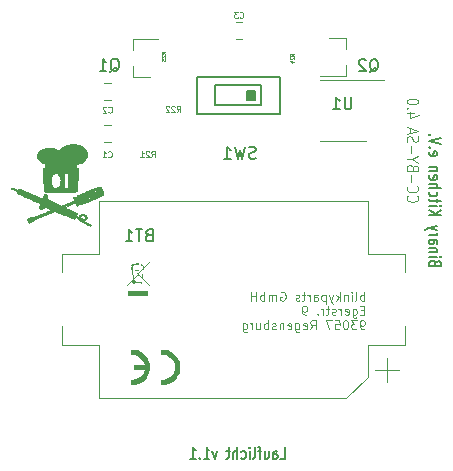
<source format=gbr>
G04 #@! TF.GenerationSoftware,KiCad,Pcbnew,9.0.1*
G04 #@! TF.CreationDate,2025-04-09T17:44:43+02:00*
G04 #@! TF.ProjectId,SMDChaser0805-0603,534d4443-6861-4736-9572-303830352d30,rev?*
G04 #@! TF.SameCoordinates,Original*
G04 #@! TF.FileFunction,Legend,Bot*
G04 #@! TF.FilePolarity,Positive*
%FSLAX46Y46*%
G04 Gerber Fmt 4.6, Leading zero omitted, Abs format (unit mm)*
G04 Created by KiCad (PCBNEW 9.0.1) date 2025-04-09 17:44:43*
%MOMM*%
%LPD*%
G01*
G04 APERTURE LIST*
%ADD10C,0.150000*%
%ADD11C,0.100000*%
%ADD12C,0.125000*%
%ADD13C,0.075000*%
%ADD14C,0.120000*%
%ADD15C,0.010000*%
%ADD16C,0.000000*%
G04 APERTURE END LIST*
D10*
X87918990Y-93139285D02*
X87871371Y-93024999D01*
X87871371Y-93024999D02*
X87823752Y-92986904D01*
X87823752Y-92986904D02*
X87728514Y-92948808D01*
X87728514Y-92948808D02*
X87585657Y-92948808D01*
X87585657Y-92948808D02*
X87490419Y-92986904D01*
X87490419Y-92986904D02*
X87442800Y-93024999D01*
X87442800Y-93024999D02*
X87395180Y-93101189D01*
X87395180Y-93101189D02*
X87395180Y-93405951D01*
X87395180Y-93405951D02*
X88395180Y-93405951D01*
X88395180Y-93405951D02*
X88395180Y-93139285D01*
X88395180Y-93139285D02*
X88347561Y-93063094D01*
X88347561Y-93063094D02*
X88299942Y-93024999D01*
X88299942Y-93024999D02*
X88204704Y-92986904D01*
X88204704Y-92986904D02*
X88109466Y-92986904D01*
X88109466Y-92986904D02*
X88014228Y-93024999D01*
X88014228Y-93024999D02*
X87966609Y-93063094D01*
X87966609Y-93063094D02*
X87918990Y-93139285D01*
X87918990Y-93139285D02*
X87918990Y-93405951D01*
X87395180Y-92605951D02*
X88061847Y-92605951D01*
X88395180Y-92605951D02*
X88347561Y-92644047D01*
X88347561Y-92644047D02*
X88299942Y-92605951D01*
X88299942Y-92605951D02*
X88347561Y-92567856D01*
X88347561Y-92567856D02*
X88395180Y-92605951D01*
X88395180Y-92605951D02*
X88299942Y-92605951D01*
X88061847Y-92224999D02*
X87395180Y-92224999D01*
X87966609Y-92224999D02*
X88014228Y-92186904D01*
X88014228Y-92186904D02*
X88061847Y-92110714D01*
X88061847Y-92110714D02*
X88061847Y-91996428D01*
X88061847Y-91996428D02*
X88014228Y-91920237D01*
X88014228Y-91920237D02*
X87918990Y-91882142D01*
X87918990Y-91882142D02*
X87395180Y-91882142D01*
X87395180Y-91158332D02*
X87918990Y-91158332D01*
X87918990Y-91158332D02*
X88014228Y-91196427D01*
X88014228Y-91196427D02*
X88061847Y-91272618D01*
X88061847Y-91272618D02*
X88061847Y-91424999D01*
X88061847Y-91424999D02*
X88014228Y-91501189D01*
X87442800Y-91158332D02*
X87395180Y-91234523D01*
X87395180Y-91234523D02*
X87395180Y-91424999D01*
X87395180Y-91424999D02*
X87442800Y-91501189D01*
X87442800Y-91501189D02*
X87538038Y-91539285D01*
X87538038Y-91539285D02*
X87633276Y-91539285D01*
X87633276Y-91539285D02*
X87728514Y-91501189D01*
X87728514Y-91501189D02*
X87776133Y-91424999D01*
X87776133Y-91424999D02*
X87776133Y-91234523D01*
X87776133Y-91234523D02*
X87823752Y-91158332D01*
X87395180Y-90777379D02*
X88061847Y-90777379D01*
X87871371Y-90777379D02*
X87966609Y-90739284D01*
X87966609Y-90739284D02*
X88014228Y-90701189D01*
X88014228Y-90701189D02*
X88061847Y-90624998D01*
X88061847Y-90624998D02*
X88061847Y-90548808D01*
X88061847Y-90358332D02*
X87395180Y-90167856D01*
X88061847Y-89977379D02*
X87395180Y-90167856D01*
X87395180Y-90167856D02*
X87157085Y-90244046D01*
X87157085Y-90244046D02*
X87109466Y-90282141D01*
X87109466Y-90282141D02*
X87061847Y-90358332D01*
X87395180Y-89063093D02*
X88395180Y-89063093D01*
X87395180Y-88605950D02*
X87966609Y-88948808D01*
X88395180Y-88605950D02*
X87823752Y-89063093D01*
X87395180Y-88263093D02*
X88061847Y-88263093D01*
X88395180Y-88263093D02*
X88347561Y-88301189D01*
X88347561Y-88301189D02*
X88299942Y-88263093D01*
X88299942Y-88263093D02*
X88347561Y-88224998D01*
X88347561Y-88224998D02*
X88395180Y-88263093D01*
X88395180Y-88263093D02*
X88299942Y-88263093D01*
X88061847Y-87996427D02*
X88061847Y-87691665D01*
X88395180Y-87882141D02*
X87538038Y-87882141D01*
X87538038Y-87882141D02*
X87442800Y-87844046D01*
X87442800Y-87844046D02*
X87395180Y-87767856D01*
X87395180Y-87767856D02*
X87395180Y-87691665D01*
X87442800Y-87082141D02*
X87395180Y-87158332D01*
X87395180Y-87158332D02*
X87395180Y-87310713D01*
X87395180Y-87310713D02*
X87442800Y-87386903D01*
X87442800Y-87386903D02*
X87490419Y-87424998D01*
X87490419Y-87424998D02*
X87585657Y-87463094D01*
X87585657Y-87463094D02*
X87871371Y-87463094D01*
X87871371Y-87463094D02*
X87966609Y-87424998D01*
X87966609Y-87424998D02*
X88014228Y-87386903D01*
X88014228Y-87386903D02*
X88061847Y-87310713D01*
X88061847Y-87310713D02*
X88061847Y-87158332D01*
X88061847Y-87158332D02*
X88014228Y-87082141D01*
X87395180Y-86739284D02*
X88395180Y-86739284D01*
X87395180Y-86396427D02*
X87918990Y-86396427D01*
X87918990Y-86396427D02*
X88014228Y-86434522D01*
X88014228Y-86434522D02*
X88061847Y-86510713D01*
X88061847Y-86510713D02*
X88061847Y-86624999D01*
X88061847Y-86624999D02*
X88014228Y-86701189D01*
X88014228Y-86701189D02*
X87966609Y-86739284D01*
X87442800Y-85710712D02*
X87395180Y-85786903D01*
X87395180Y-85786903D02*
X87395180Y-85939284D01*
X87395180Y-85939284D02*
X87442800Y-86015474D01*
X87442800Y-86015474D02*
X87538038Y-86053570D01*
X87538038Y-86053570D02*
X87918990Y-86053570D01*
X87918990Y-86053570D02*
X88014228Y-86015474D01*
X88014228Y-86015474D02*
X88061847Y-85939284D01*
X88061847Y-85939284D02*
X88061847Y-85786903D01*
X88061847Y-85786903D02*
X88014228Y-85710712D01*
X88014228Y-85710712D02*
X87918990Y-85672617D01*
X87918990Y-85672617D02*
X87823752Y-85672617D01*
X87823752Y-85672617D02*
X87728514Y-86053570D01*
X88061847Y-85329760D02*
X87395180Y-85329760D01*
X87966609Y-85329760D02*
X88014228Y-85291665D01*
X88014228Y-85291665D02*
X88061847Y-85215475D01*
X88061847Y-85215475D02*
X88061847Y-85101189D01*
X88061847Y-85101189D02*
X88014228Y-85024998D01*
X88014228Y-85024998D02*
X87918990Y-84986903D01*
X87918990Y-84986903D02*
X87395180Y-84986903D01*
X87442800Y-83691664D02*
X87395180Y-83767855D01*
X87395180Y-83767855D02*
X87395180Y-83920236D01*
X87395180Y-83920236D02*
X87442800Y-83996426D01*
X87442800Y-83996426D02*
X87538038Y-84034522D01*
X87538038Y-84034522D02*
X87918990Y-84034522D01*
X87918990Y-84034522D02*
X88014228Y-83996426D01*
X88014228Y-83996426D02*
X88061847Y-83920236D01*
X88061847Y-83920236D02*
X88061847Y-83767855D01*
X88061847Y-83767855D02*
X88014228Y-83691664D01*
X88014228Y-83691664D02*
X87918990Y-83653569D01*
X87918990Y-83653569D02*
X87823752Y-83653569D01*
X87823752Y-83653569D02*
X87728514Y-84034522D01*
X87490419Y-83310712D02*
X87442800Y-83272617D01*
X87442800Y-83272617D02*
X87395180Y-83310712D01*
X87395180Y-83310712D02*
X87442800Y-83348808D01*
X87442800Y-83348808D02*
X87490419Y-83310712D01*
X87490419Y-83310712D02*
X87395180Y-83310712D01*
X88395180Y-83044046D02*
X87395180Y-82777379D01*
X87395180Y-82777379D02*
X88395180Y-82510713D01*
X87490419Y-82244046D02*
X87442800Y-82205951D01*
X87442800Y-82205951D02*
X87395180Y-82244046D01*
X87395180Y-82244046D02*
X87442800Y-82282142D01*
X87442800Y-82282142D02*
X87490419Y-82244046D01*
X87490419Y-82244046D02*
X87395180Y-82244046D01*
X74785920Y-109708639D02*
X75166872Y-109708639D01*
X75166872Y-109708639D02*
X75166872Y-108708639D01*
X74176396Y-109708639D02*
X74176396Y-109184829D01*
X74176396Y-109184829D02*
X74214491Y-109089591D01*
X74214491Y-109089591D02*
X74290682Y-109041972D01*
X74290682Y-109041972D02*
X74443063Y-109041972D01*
X74443063Y-109041972D02*
X74519253Y-109089591D01*
X74176396Y-109661020D02*
X74252587Y-109708639D01*
X74252587Y-109708639D02*
X74443063Y-109708639D01*
X74443063Y-109708639D02*
X74519253Y-109661020D01*
X74519253Y-109661020D02*
X74557349Y-109565781D01*
X74557349Y-109565781D02*
X74557349Y-109470543D01*
X74557349Y-109470543D02*
X74519253Y-109375305D01*
X74519253Y-109375305D02*
X74443063Y-109327686D01*
X74443063Y-109327686D02*
X74252587Y-109327686D01*
X74252587Y-109327686D02*
X74176396Y-109280067D01*
X73452586Y-109041972D02*
X73452586Y-109708639D01*
X73795443Y-109041972D02*
X73795443Y-109565781D01*
X73795443Y-109565781D02*
X73757348Y-109661020D01*
X73757348Y-109661020D02*
X73681158Y-109708639D01*
X73681158Y-109708639D02*
X73566872Y-109708639D01*
X73566872Y-109708639D02*
X73490681Y-109661020D01*
X73490681Y-109661020D02*
X73452586Y-109613400D01*
X73185919Y-109041972D02*
X72881157Y-109041972D01*
X73071633Y-109708639D02*
X73071633Y-108851496D01*
X73071633Y-108851496D02*
X73033538Y-108756258D01*
X73033538Y-108756258D02*
X72957348Y-108708639D01*
X72957348Y-108708639D02*
X72881157Y-108708639D01*
X72500205Y-109708639D02*
X72576395Y-109661020D01*
X72576395Y-109661020D02*
X72614490Y-109565781D01*
X72614490Y-109565781D02*
X72614490Y-108708639D01*
X72195442Y-109708639D02*
X72195442Y-109041972D01*
X72195442Y-108708639D02*
X72233538Y-108756258D01*
X72233538Y-108756258D02*
X72195442Y-108803877D01*
X72195442Y-108803877D02*
X72157347Y-108756258D01*
X72157347Y-108756258D02*
X72195442Y-108708639D01*
X72195442Y-108708639D02*
X72195442Y-108803877D01*
X71471633Y-109661020D02*
X71547824Y-109708639D01*
X71547824Y-109708639D02*
X71700205Y-109708639D01*
X71700205Y-109708639D02*
X71776395Y-109661020D01*
X71776395Y-109661020D02*
X71814490Y-109613400D01*
X71814490Y-109613400D02*
X71852586Y-109518162D01*
X71852586Y-109518162D02*
X71852586Y-109232448D01*
X71852586Y-109232448D02*
X71814490Y-109137210D01*
X71814490Y-109137210D02*
X71776395Y-109089591D01*
X71776395Y-109089591D02*
X71700205Y-109041972D01*
X71700205Y-109041972D02*
X71547824Y-109041972D01*
X71547824Y-109041972D02*
X71471633Y-109089591D01*
X71128776Y-109708639D02*
X71128776Y-108708639D01*
X70785919Y-109708639D02*
X70785919Y-109184829D01*
X70785919Y-109184829D02*
X70824014Y-109089591D01*
X70824014Y-109089591D02*
X70900205Y-109041972D01*
X70900205Y-109041972D02*
X71014491Y-109041972D01*
X71014491Y-109041972D02*
X71090681Y-109089591D01*
X71090681Y-109089591D02*
X71128776Y-109137210D01*
X70519252Y-109041972D02*
X70214490Y-109041972D01*
X70404966Y-108708639D02*
X70404966Y-109565781D01*
X70404966Y-109565781D02*
X70366871Y-109661020D01*
X70366871Y-109661020D02*
X70290681Y-109708639D01*
X70290681Y-109708639D02*
X70214490Y-109708639D01*
X69414490Y-109041972D02*
X69224014Y-109708639D01*
X69224014Y-109708639D02*
X69033537Y-109041972D01*
X68309728Y-109708639D02*
X68766871Y-109708639D01*
X68538299Y-109708639D02*
X68538299Y-108708639D01*
X68538299Y-108708639D02*
X68614490Y-108851496D01*
X68614490Y-108851496D02*
X68690680Y-108946734D01*
X68690680Y-108946734D02*
X68766871Y-108994353D01*
X67966870Y-109613400D02*
X67928775Y-109661020D01*
X67928775Y-109661020D02*
X67966870Y-109708639D01*
X67966870Y-109708639D02*
X68004966Y-109661020D01*
X68004966Y-109661020D02*
X67966870Y-109613400D01*
X67966870Y-109613400D02*
X67966870Y-109708639D01*
X67166871Y-109708639D02*
X67624014Y-109708639D01*
X67395442Y-109708639D02*
X67395442Y-108708639D01*
X67395442Y-108708639D02*
X67471633Y-108851496D01*
X67471633Y-108851496D02*
X67547823Y-108946734D01*
X67547823Y-108946734D02*
X67624014Y-108994353D01*
D11*
X85560819Y-87433465D02*
X85513200Y-87471561D01*
X85513200Y-87471561D02*
X85465580Y-87585846D01*
X85465580Y-87585846D02*
X85465580Y-87662037D01*
X85465580Y-87662037D02*
X85513200Y-87776323D01*
X85513200Y-87776323D02*
X85608438Y-87852513D01*
X85608438Y-87852513D02*
X85703676Y-87890608D01*
X85703676Y-87890608D02*
X85894152Y-87928704D01*
X85894152Y-87928704D02*
X86037009Y-87928704D01*
X86037009Y-87928704D02*
X86227485Y-87890608D01*
X86227485Y-87890608D02*
X86322723Y-87852513D01*
X86322723Y-87852513D02*
X86417961Y-87776323D01*
X86417961Y-87776323D02*
X86465580Y-87662037D01*
X86465580Y-87662037D02*
X86465580Y-87585846D01*
X86465580Y-87585846D02*
X86417961Y-87471561D01*
X86417961Y-87471561D02*
X86370342Y-87433465D01*
X85560819Y-86633465D02*
X85513200Y-86671561D01*
X85513200Y-86671561D02*
X85465580Y-86785846D01*
X85465580Y-86785846D02*
X85465580Y-86862037D01*
X85465580Y-86862037D02*
X85513200Y-86976323D01*
X85513200Y-86976323D02*
X85608438Y-87052513D01*
X85608438Y-87052513D02*
X85703676Y-87090608D01*
X85703676Y-87090608D02*
X85894152Y-87128704D01*
X85894152Y-87128704D02*
X86037009Y-87128704D01*
X86037009Y-87128704D02*
X86227485Y-87090608D01*
X86227485Y-87090608D02*
X86322723Y-87052513D01*
X86322723Y-87052513D02*
X86417961Y-86976323D01*
X86417961Y-86976323D02*
X86465580Y-86862037D01*
X86465580Y-86862037D02*
X86465580Y-86785846D01*
X86465580Y-86785846D02*
X86417961Y-86671561D01*
X86417961Y-86671561D02*
X86370342Y-86633465D01*
X85846533Y-86290608D02*
X85846533Y-85681085D01*
X85989390Y-85033466D02*
X85941771Y-84919180D01*
X85941771Y-84919180D02*
X85894152Y-84881085D01*
X85894152Y-84881085D02*
X85798914Y-84842989D01*
X85798914Y-84842989D02*
X85656057Y-84842989D01*
X85656057Y-84842989D02*
X85560819Y-84881085D01*
X85560819Y-84881085D02*
X85513200Y-84919180D01*
X85513200Y-84919180D02*
X85465580Y-84995370D01*
X85465580Y-84995370D02*
X85465580Y-85300132D01*
X85465580Y-85300132D02*
X86465580Y-85300132D01*
X86465580Y-85300132D02*
X86465580Y-85033466D01*
X86465580Y-85033466D02*
X86417961Y-84957275D01*
X86417961Y-84957275D02*
X86370342Y-84919180D01*
X86370342Y-84919180D02*
X86275104Y-84881085D01*
X86275104Y-84881085D02*
X86179866Y-84881085D01*
X86179866Y-84881085D02*
X86084628Y-84919180D01*
X86084628Y-84919180D02*
X86037009Y-84957275D01*
X86037009Y-84957275D02*
X85989390Y-85033466D01*
X85989390Y-85033466D02*
X85989390Y-85300132D01*
X85941771Y-84347751D02*
X85465580Y-84347751D01*
X86465580Y-84614418D02*
X85941771Y-84347751D01*
X85941771Y-84347751D02*
X86465580Y-84081085D01*
X85846533Y-83814418D02*
X85846533Y-83204895D01*
X85513200Y-82862038D02*
X85465580Y-82747752D01*
X85465580Y-82747752D02*
X85465580Y-82557276D01*
X85465580Y-82557276D02*
X85513200Y-82481085D01*
X85513200Y-82481085D02*
X85560819Y-82442990D01*
X85560819Y-82442990D02*
X85656057Y-82404895D01*
X85656057Y-82404895D02*
X85751295Y-82404895D01*
X85751295Y-82404895D02*
X85846533Y-82442990D01*
X85846533Y-82442990D02*
X85894152Y-82481085D01*
X85894152Y-82481085D02*
X85941771Y-82557276D01*
X85941771Y-82557276D02*
X85989390Y-82709657D01*
X85989390Y-82709657D02*
X86037009Y-82785847D01*
X86037009Y-82785847D02*
X86084628Y-82823942D01*
X86084628Y-82823942D02*
X86179866Y-82862038D01*
X86179866Y-82862038D02*
X86275104Y-82862038D01*
X86275104Y-82862038D02*
X86370342Y-82823942D01*
X86370342Y-82823942D02*
X86417961Y-82785847D01*
X86417961Y-82785847D02*
X86465580Y-82709657D01*
X86465580Y-82709657D02*
X86465580Y-82519180D01*
X86465580Y-82519180D02*
X86417961Y-82404895D01*
X85751295Y-82100133D02*
X85751295Y-81719180D01*
X85465580Y-82176323D02*
X86465580Y-81909656D01*
X86465580Y-81909656D02*
X85465580Y-81642990D01*
X86132247Y-80423942D02*
X85465580Y-80423942D01*
X86513200Y-80614418D02*
X85798914Y-80804895D01*
X85798914Y-80804895D02*
X85798914Y-80309656D01*
X85560819Y-80004894D02*
X85513200Y-79966799D01*
X85513200Y-79966799D02*
X85465580Y-80004894D01*
X85465580Y-80004894D02*
X85513200Y-80042990D01*
X85513200Y-80042990D02*
X85560819Y-80004894D01*
X85560819Y-80004894D02*
X85465580Y-80004894D01*
X86465580Y-79471561D02*
X86465580Y-79395371D01*
X86465580Y-79395371D02*
X86417961Y-79319180D01*
X86417961Y-79319180D02*
X86370342Y-79281085D01*
X86370342Y-79281085D02*
X86275104Y-79242990D01*
X86275104Y-79242990D02*
X86084628Y-79204895D01*
X86084628Y-79204895D02*
X85846533Y-79204895D01*
X85846533Y-79204895D02*
X85656057Y-79242990D01*
X85656057Y-79242990D02*
X85560819Y-79281085D01*
X85560819Y-79281085D02*
X85513200Y-79319180D01*
X85513200Y-79319180D02*
X85465580Y-79395371D01*
X85465580Y-79395371D02*
X85465580Y-79471561D01*
X85465580Y-79471561D02*
X85513200Y-79547752D01*
X85513200Y-79547752D02*
X85560819Y-79585847D01*
X85560819Y-79585847D02*
X85656057Y-79623942D01*
X85656057Y-79623942D02*
X85846533Y-79662038D01*
X85846533Y-79662038D02*
X86084628Y-79662038D01*
X86084628Y-79662038D02*
X86275104Y-79623942D01*
X86275104Y-79623942D02*
X86370342Y-79585847D01*
X86370342Y-79585847D02*
X86417961Y-79547752D01*
X86417961Y-79547752D02*
X86465580Y-79471561D01*
D12*
X81904272Y-96311798D02*
X81904272Y-95561798D01*
X81904272Y-95847512D02*
X81832844Y-95811798D01*
X81832844Y-95811798D02*
X81689986Y-95811798D01*
X81689986Y-95811798D02*
X81618558Y-95847512D01*
X81618558Y-95847512D02*
X81582844Y-95883226D01*
X81582844Y-95883226D02*
X81547129Y-95954655D01*
X81547129Y-95954655D02*
X81547129Y-96168941D01*
X81547129Y-96168941D02*
X81582844Y-96240369D01*
X81582844Y-96240369D02*
X81618558Y-96276084D01*
X81618558Y-96276084D02*
X81689986Y-96311798D01*
X81689986Y-96311798D02*
X81832844Y-96311798D01*
X81832844Y-96311798D02*
X81904272Y-96276084D01*
X81118558Y-96311798D02*
X81189987Y-96276084D01*
X81189987Y-96276084D02*
X81225701Y-96204655D01*
X81225701Y-96204655D02*
X81225701Y-95561798D01*
X80832844Y-96311798D02*
X80832844Y-95811798D01*
X80832844Y-95561798D02*
X80868558Y-95597512D01*
X80868558Y-95597512D02*
X80832844Y-95633226D01*
X80832844Y-95633226D02*
X80797130Y-95597512D01*
X80797130Y-95597512D02*
X80832844Y-95561798D01*
X80832844Y-95561798D02*
X80832844Y-95633226D01*
X80475701Y-95811798D02*
X80475701Y-96311798D01*
X80475701Y-95883226D02*
X80439987Y-95847512D01*
X80439987Y-95847512D02*
X80368558Y-95811798D01*
X80368558Y-95811798D02*
X80261415Y-95811798D01*
X80261415Y-95811798D02*
X80189987Y-95847512D01*
X80189987Y-95847512D02*
X80154273Y-95918941D01*
X80154273Y-95918941D02*
X80154273Y-96311798D01*
X79797130Y-96311798D02*
X79797130Y-95561798D01*
X79725702Y-96026084D02*
X79511416Y-96311798D01*
X79511416Y-95811798D02*
X79797130Y-96097512D01*
X79261416Y-95811798D02*
X79082844Y-96311798D01*
X78904273Y-95811798D02*
X79082844Y-96311798D01*
X79082844Y-96311798D02*
X79154273Y-96490369D01*
X79154273Y-96490369D02*
X79189987Y-96526084D01*
X79189987Y-96526084D02*
X79261416Y-96561798D01*
X78618558Y-95811798D02*
X78618558Y-96561798D01*
X78618558Y-95847512D02*
X78547130Y-95811798D01*
X78547130Y-95811798D02*
X78404272Y-95811798D01*
X78404272Y-95811798D02*
X78332844Y-95847512D01*
X78332844Y-95847512D02*
X78297130Y-95883226D01*
X78297130Y-95883226D02*
X78261415Y-95954655D01*
X78261415Y-95954655D02*
X78261415Y-96168941D01*
X78261415Y-96168941D02*
X78297130Y-96240369D01*
X78297130Y-96240369D02*
X78332844Y-96276084D01*
X78332844Y-96276084D02*
X78404272Y-96311798D01*
X78404272Y-96311798D02*
X78547130Y-96311798D01*
X78547130Y-96311798D02*
X78618558Y-96276084D01*
X77618559Y-96311798D02*
X77618559Y-95918941D01*
X77618559Y-95918941D02*
X77654273Y-95847512D01*
X77654273Y-95847512D02*
X77725701Y-95811798D01*
X77725701Y-95811798D02*
X77868559Y-95811798D01*
X77868559Y-95811798D02*
X77939987Y-95847512D01*
X77618559Y-96276084D02*
X77689987Y-96311798D01*
X77689987Y-96311798D02*
X77868559Y-96311798D01*
X77868559Y-96311798D02*
X77939987Y-96276084D01*
X77939987Y-96276084D02*
X77975701Y-96204655D01*
X77975701Y-96204655D02*
X77975701Y-96133226D01*
X77975701Y-96133226D02*
X77939987Y-96061798D01*
X77939987Y-96061798D02*
X77868559Y-96026084D01*
X77868559Y-96026084D02*
X77689987Y-96026084D01*
X77689987Y-96026084D02*
X77618559Y-95990369D01*
X77261416Y-96311798D02*
X77261416Y-95811798D01*
X77261416Y-95954655D02*
X77225702Y-95883226D01*
X77225702Y-95883226D02*
X77189988Y-95847512D01*
X77189988Y-95847512D02*
X77118559Y-95811798D01*
X77118559Y-95811798D02*
X77047130Y-95811798D01*
X76904273Y-95811798D02*
X76618559Y-95811798D01*
X76797130Y-95561798D02*
X76797130Y-96204655D01*
X76797130Y-96204655D02*
X76761416Y-96276084D01*
X76761416Y-96276084D02*
X76689987Y-96311798D01*
X76689987Y-96311798D02*
X76618559Y-96311798D01*
X76404273Y-96276084D02*
X76332845Y-96311798D01*
X76332845Y-96311798D02*
X76189988Y-96311798D01*
X76189988Y-96311798D02*
X76118559Y-96276084D01*
X76118559Y-96276084D02*
X76082845Y-96204655D01*
X76082845Y-96204655D02*
X76082845Y-96168941D01*
X76082845Y-96168941D02*
X76118559Y-96097512D01*
X76118559Y-96097512D02*
X76189988Y-96061798D01*
X76189988Y-96061798D02*
X76297131Y-96061798D01*
X76297131Y-96061798D02*
X76368559Y-96026084D01*
X76368559Y-96026084D02*
X76404273Y-95954655D01*
X76404273Y-95954655D02*
X76404273Y-95918941D01*
X76404273Y-95918941D02*
X76368559Y-95847512D01*
X76368559Y-95847512D02*
X76297131Y-95811798D01*
X76297131Y-95811798D02*
X76189988Y-95811798D01*
X76189988Y-95811798D02*
X76118559Y-95847512D01*
X74797130Y-95597512D02*
X74868559Y-95561798D01*
X74868559Y-95561798D02*
X74975701Y-95561798D01*
X74975701Y-95561798D02*
X75082844Y-95597512D01*
X75082844Y-95597512D02*
X75154273Y-95668941D01*
X75154273Y-95668941D02*
X75189987Y-95740369D01*
X75189987Y-95740369D02*
X75225701Y-95883226D01*
X75225701Y-95883226D02*
X75225701Y-95990369D01*
X75225701Y-95990369D02*
X75189987Y-96133226D01*
X75189987Y-96133226D02*
X75154273Y-96204655D01*
X75154273Y-96204655D02*
X75082844Y-96276084D01*
X75082844Y-96276084D02*
X74975701Y-96311798D01*
X74975701Y-96311798D02*
X74904273Y-96311798D01*
X74904273Y-96311798D02*
X74797130Y-96276084D01*
X74797130Y-96276084D02*
X74761416Y-96240369D01*
X74761416Y-96240369D02*
X74761416Y-95990369D01*
X74761416Y-95990369D02*
X74904273Y-95990369D01*
X74439987Y-96311798D02*
X74439987Y-95811798D01*
X74439987Y-95883226D02*
X74404273Y-95847512D01*
X74404273Y-95847512D02*
X74332844Y-95811798D01*
X74332844Y-95811798D02*
X74225701Y-95811798D01*
X74225701Y-95811798D02*
X74154273Y-95847512D01*
X74154273Y-95847512D02*
X74118559Y-95918941D01*
X74118559Y-95918941D02*
X74118559Y-96311798D01*
X74118559Y-95918941D02*
X74082844Y-95847512D01*
X74082844Y-95847512D02*
X74011416Y-95811798D01*
X74011416Y-95811798D02*
X73904273Y-95811798D01*
X73904273Y-95811798D02*
X73832844Y-95847512D01*
X73832844Y-95847512D02*
X73797130Y-95918941D01*
X73797130Y-95918941D02*
X73797130Y-96311798D01*
X73439987Y-96311798D02*
X73439987Y-95561798D01*
X73439987Y-95847512D02*
X73368559Y-95811798D01*
X73368559Y-95811798D02*
X73225701Y-95811798D01*
X73225701Y-95811798D02*
X73154273Y-95847512D01*
X73154273Y-95847512D02*
X73118559Y-95883226D01*
X73118559Y-95883226D02*
X73082844Y-95954655D01*
X73082844Y-95954655D02*
X73082844Y-96168941D01*
X73082844Y-96168941D02*
X73118559Y-96240369D01*
X73118559Y-96240369D02*
X73154273Y-96276084D01*
X73154273Y-96276084D02*
X73225701Y-96311798D01*
X73225701Y-96311798D02*
X73368559Y-96311798D01*
X73368559Y-96311798D02*
X73439987Y-96276084D01*
X72761416Y-96311798D02*
X72761416Y-95561798D01*
X72761416Y-95918941D02*
X72332845Y-95918941D01*
X72332845Y-96311798D02*
X72332845Y-95561798D01*
X81904272Y-97126399D02*
X81654272Y-97126399D01*
X81547129Y-97519256D02*
X81904272Y-97519256D01*
X81904272Y-97519256D02*
X81904272Y-96769256D01*
X81904272Y-96769256D02*
X81547129Y-96769256D01*
X80904273Y-97019256D02*
X80904273Y-97626399D01*
X80904273Y-97626399D02*
X80939987Y-97697827D01*
X80939987Y-97697827D02*
X80975701Y-97733542D01*
X80975701Y-97733542D02*
X81047130Y-97769256D01*
X81047130Y-97769256D02*
X81154273Y-97769256D01*
X81154273Y-97769256D02*
X81225701Y-97733542D01*
X80904273Y-97483542D02*
X80975701Y-97519256D01*
X80975701Y-97519256D02*
X81118558Y-97519256D01*
X81118558Y-97519256D02*
X81189987Y-97483542D01*
X81189987Y-97483542D02*
X81225701Y-97447827D01*
X81225701Y-97447827D02*
X81261415Y-97376399D01*
X81261415Y-97376399D02*
X81261415Y-97162113D01*
X81261415Y-97162113D02*
X81225701Y-97090684D01*
X81225701Y-97090684D02*
X81189987Y-97054970D01*
X81189987Y-97054970D02*
X81118558Y-97019256D01*
X81118558Y-97019256D02*
X80975701Y-97019256D01*
X80975701Y-97019256D02*
X80904273Y-97054970D01*
X80261416Y-97483542D02*
X80332844Y-97519256D01*
X80332844Y-97519256D02*
X80475702Y-97519256D01*
X80475702Y-97519256D02*
X80547130Y-97483542D01*
X80547130Y-97483542D02*
X80582844Y-97412113D01*
X80582844Y-97412113D02*
X80582844Y-97126399D01*
X80582844Y-97126399D02*
X80547130Y-97054970D01*
X80547130Y-97054970D02*
X80475702Y-97019256D01*
X80475702Y-97019256D02*
X80332844Y-97019256D01*
X80332844Y-97019256D02*
X80261416Y-97054970D01*
X80261416Y-97054970D02*
X80225702Y-97126399D01*
X80225702Y-97126399D02*
X80225702Y-97197827D01*
X80225702Y-97197827D02*
X80582844Y-97269256D01*
X79904273Y-97519256D02*
X79904273Y-97019256D01*
X79904273Y-97162113D02*
X79868559Y-97090684D01*
X79868559Y-97090684D02*
X79832845Y-97054970D01*
X79832845Y-97054970D02*
X79761416Y-97019256D01*
X79761416Y-97019256D02*
X79689987Y-97019256D01*
X79475701Y-97483542D02*
X79404273Y-97519256D01*
X79404273Y-97519256D02*
X79261416Y-97519256D01*
X79261416Y-97519256D02*
X79189987Y-97483542D01*
X79189987Y-97483542D02*
X79154273Y-97412113D01*
X79154273Y-97412113D02*
X79154273Y-97376399D01*
X79154273Y-97376399D02*
X79189987Y-97304970D01*
X79189987Y-97304970D02*
X79261416Y-97269256D01*
X79261416Y-97269256D02*
X79368559Y-97269256D01*
X79368559Y-97269256D02*
X79439987Y-97233542D01*
X79439987Y-97233542D02*
X79475701Y-97162113D01*
X79475701Y-97162113D02*
X79475701Y-97126399D01*
X79475701Y-97126399D02*
X79439987Y-97054970D01*
X79439987Y-97054970D02*
X79368559Y-97019256D01*
X79368559Y-97019256D02*
X79261416Y-97019256D01*
X79261416Y-97019256D02*
X79189987Y-97054970D01*
X78939987Y-97019256D02*
X78654273Y-97019256D01*
X78832844Y-96769256D02*
X78832844Y-97412113D01*
X78832844Y-97412113D02*
X78797130Y-97483542D01*
X78797130Y-97483542D02*
X78725701Y-97519256D01*
X78725701Y-97519256D02*
X78654273Y-97519256D01*
X78404273Y-97519256D02*
X78404273Y-97019256D01*
X78404273Y-97162113D02*
X78368559Y-97090684D01*
X78368559Y-97090684D02*
X78332845Y-97054970D01*
X78332845Y-97054970D02*
X78261416Y-97019256D01*
X78261416Y-97019256D02*
X78189987Y-97019256D01*
X77939987Y-97447827D02*
X77904273Y-97483542D01*
X77904273Y-97483542D02*
X77939987Y-97519256D01*
X77939987Y-97519256D02*
X77975701Y-97483542D01*
X77975701Y-97483542D02*
X77939987Y-97447827D01*
X77939987Y-97447827D02*
X77939987Y-97519256D01*
X76975701Y-97519256D02*
X76832844Y-97519256D01*
X76832844Y-97519256D02*
X76761415Y-97483542D01*
X76761415Y-97483542D02*
X76725701Y-97447827D01*
X76725701Y-97447827D02*
X76654272Y-97340684D01*
X76654272Y-97340684D02*
X76618558Y-97197827D01*
X76618558Y-97197827D02*
X76618558Y-96912113D01*
X76618558Y-96912113D02*
X76654272Y-96840684D01*
X76654272Y-96840684D02*
X76689987Y-96804970D01*
X76689987Y-96804970D02*
X76761415Y-96769256D01*
X76761415Y-96769256D02*
X76904272Y-96769256D01*
X76904272Y-96769256D02*
X76975701Y-96804970D01*
X76975701Y-96804970D02*
X77011415Y-96840684D01*
X77011415Y-96840684D02*
X77047129Y-96912113D01*
X77047129Y-96912113D02*
X77047129Y-97090684D01*
X77047129Y-97090684D02*
X77011415Y-97162113D01*
X77011415Y-97162113D02*
X76975701Y-97197827D01*
X76975701Y-97197827D02*
X76904272Y-97233542D01*
X76904272Y-97233542D02*
X76761415Y-97233542D01*
X76761415Y-97233542D02*
X76689987Y-97197827D01*
X76689987Y-97197827D02*
X76654272Y-97162113D01*
X76654272Y-97162113D02*
X76618558Y-97090684D01*
X81868558Y-98726714D02*
X81725701Y-98726714D01*
X81725701Y-98726714D02*
X81654272Y-98691000D01*
X81654272Y-98691000D02*
X81618558Y-98655285D01*
X81618558Y-98655285D02*
X81547129Y-98548142D01*
X81547129Y-98548142D02*
X81511415Y-98405285D01*
X81511415Y-98405285D02*
X81511415Y-98119571D01*
X81511415Y-98119571D02*
X81547129Y-98048142D01*
X81547129Y-98048142D02*
X81582844Y-98012428D01*
X81582844Y-98012428D02*
X81654272Y-97976714D01*
X81654272Y-97976714D02*
X81797129Y-97976714D01*
X81797129Y-97976714D02*
X81868558Y-98012428D01*
X81868558Y-98012428D02*
X81904272Y-98048142D01*
X81904272Y-98048142D02*
X81939986Y-98119571D01*
X81939986Y-98119571D02*
X81939986Y-98298142D01*
X81939986Y-98298142D02*
X81904272Y-98369571D01*
X81904272Y-98369571D02*
X81868558Y-98405285D01*
X81868558Y-98405285D02*
X81797129Y-98441000D01*
X81797129Y-98441000D02*
X81654272Y-98441000D01*
X81654272Y-98441000D02*
X81582844Y-98405285D01*
X81582844Y-98405285D02*
X81547129Y-98369571D01*
X81547129Y-98369571D02*
X81511415Y-98298142D01*
X81261415Y-97976714D02*
X80797129Y-97976714D01*
X80797129Y-97976714D02*
X81047129Y-98262428D01*
X81047129Y-98262428D02*
X80939986Y-98262428D01*
X80939986Y-98262428D02*
X80868558Y-98298142D01*
X80868558Y-98298142D02*
X80832843Y-98333857D01*
X80832843Y-98333857D02*
X80797129Y-98405285D01*
X80797129Y-98405285D02*
X80797129Y-98583857D01*
X80797129Y-98583857D02*
X80832843Y-98655285D01*
X80832843Y-98655285D02*
X80868558Y-98691000D01*
X80868558Y-98691000D02*
X80939986Y-98726714D01*
X80939986Y-98726714D02*
X81154272Y-98726714D01*
X81154272Y-98726714D02*
X81225700Y-98691000D01*
X81225700Y-98691000D02*
X81261415Y-98655285D01*
X80332843Y-97976714D02*
X80261414Y-97976714D01*
X80261414Y-97976714D02*
X80189986Y-98012428D01*
X80189986Y-98012428D02*
X80154272Y-98048142D01*
X80154272Y-98048142D02*
X80118557Y-98119571D01*
X80118557Y-98119571D02*
X80082843Y-98262428D01*
X80082843Y-98262428D02*
X80082843Y-98441000D01*
X80082843Y-98441000D02*
X80118557Y-98583857D01*
X80118557Y-98583857D02*
X80154272Y-98655285D01*
X80154272Y-98655285D02*
X80189986Y-98691000D01*
X80189986Y-98691000D02*
X80261414Y-98726714D01*
X80261414Y-98726714D02*
X80332843Y-98726714D01*
X80332843Y-98726714D02*
X80404272Y-98691000D01*
X80404272Y-98691000D02*
X80439986Y-98655285D01*
X80439986Y-98655285D02*
X80475700Y-98583857D01*
X80475700Y-98583857D02*
X80511414Y-98441000D01*
X80511414Y-98441000D02*
X80511414Y-98262428D01*
X80511414Y-98262428D02*
X80475700Y-98119571D01*
X80475700Y-98119571D02*
X80439986Y-98048142D01*
X80439986Y-98048142D02*
X80404272Y-98012428D01*
X80404272Y-98012428D02*
X80332843Y-97976714D01*
X79404271Y-97976714D02*
X79761414Y-97976714D01*
X79761414Y-97976714D02*
X79797128Y-98333857D01*
X79797128Y-98333857D02*
X79761414Y-98298142D01*
X79761414Y-98298142D02*
X79689986Y-98262428D01*
X79689986Y-98262428D02*
X79511414Y-98262428D01*
X79511414Y-98262428D02*
X79439986Y-98298142D01*
X79439986Y-98298142D02*
X79404271Y-98333857D01*
X79404271Y-98333857D02*
X79368557Y-98405285D01*
X79368557Y-98405285D02*
X79368557Y-98583857D01*
X79368557Y-98583857D02*
X79404271Y-98655285D01*
X79404271Y-98655285D02*
X79439986Y-98691000D01*
X79439986Y-98691000D02*
X79511414Y-98726714D01*
X79511414Y-98726714D02*
X79689986Y-98726714D01*
X79689986Y-98726714D02*
X79761414Y-98691000D01*
X79761414Y-98691000D02*
X79797128Y-98655285D01*
X79118557Y-97976714D02*
X78618557Y-97976714D01*
X78618557Y-97976714D02*
X78939985Y-98726714D01*
X77332842Y-98726714D02*
X77582842Y-98369571D01*
X77761413Y-98726714D02*
X77761413Y-97976714D01*
X77761413Y-97976714D02*
X77475699Y-97976714D01*
X77475699Y-97976714D02*
X77404270Y-98012428D01*
X77404270Y-98012428D02*
X77368556Y-98048142D01*
X77368556Y-98048142D02*
X77332842Y-98119571D01*
X77332842Y-98119571D02*
X77332842Y-98226714D01*
X77332842Y-98226714D02*
X77368556Y-98298142D01*
X77368556Y-98298142D02*
X77404270Y-98333857D01*
X77404270Y-98333857D02*
X77475699Y-98369571D01*
X77475699Y-98369571D02*
X77761413Y-98369571D01*
X76725699Y-98691000D02*
X76797127Y-98726714D01*
X76797127Y-98726714D02*
X76939985Y-98726714D01*
X76939985Y-98726714D02*
X77011413Y-98691000D01*
X77011413Y-98691000D02*
X77047127Y-98619571D01*
X77047127Y-98619571D02*
X77047127Y-98333857D01*
X77047127Y-98333857D02*
X77011413Y-98262428D01*
X77011413Y-98262428D02*
X76939985Y-98226714D01*
X76939985Y-98226714D02*
X76797127Y-98226714D01*
X76797127Y-98226714D02*
X76725699Y-98262428D01*
X76725699Y-98262428D02*
X76689985Y-98333857D01*
X76689985Y-98333857D02*
X76689985Y-98405285D01*
X76689985Y-98405285D02*
X77047127Y-98476714D01*
X76047128Y-98226714D02*
X76047128Y-98833857D01*
X76047128Y-98833857D02*
X76082842Y-98905285D01*
X76082842Y-98905285D02*
X76118556Y-98941000D01*
X76118556Y-98941000D02*
X76189985Y-98976714D01*
X76189985Y-98976714D02*
X76297128Y-98976714D01*
X76297128Y-98976714D02*
X76368556Y-98941000D01*
X76047128Y-98691000D02*
X76118556Y-98726714D01*
X76118556Y-98726714D02*
X76261413Y-98726714D01*
X76261413Y-98726714D02*
X76332842Y-98691000D01*
X76332842Y-98691000D02*
X76368556Y-98655285D01*
X76368556Y-98655285D02*
X76404270Y-98583857D01*
X76404270Y-98583857D02*
X76404270Y-98369571D01*
X76404270Y-98369571D02*
X76368556Y-98298142D01*
X76368556Y-98298142D02*
X76332842Y-98262428D01*
X76332842Y-98262428D02*
X76261413Y-98226714D01*
X76261413Y-98226714D02*
X76118556Y-98226714D01*
X76118556Y-98226714D02*
X76047128Y-98262428D01*
X75404271Y-98691000D02*
X75475699Y-98726714D01*
X75475699Y-98726714D02*
X75618557Y-98726714D01*
X75618557Y-98726714D02*
X75689985Y-98691000D01*
X75689985Y-98691000D02*
X75725699Y-98619571D01*
X75725699Y-98619571D02*
X75725699Y-98333857D01*
X75725699Y-98333857D02*
X75689985Y-98262428D01*
X75689985Y-98262428D02*
X75618557Y-98226714D01*
X75618557Y-98226714D02*
X75475699Y-98226714D01*
X75475699Y-98226714D02*
X75404271Y-98262428D01*
X75404271Y-98262428D02*
X75368557Y-98333857D01*
X75368557Y-98333857D02*
X75368557Y-98405285D01*
X75368557Y-98405285D02*
X75725699Y-98476714D01*
X75047128Y-98226714D02*
X75047128Y-98726714D01*
X75047128Y-98298142D02*
X75011414Y-98262428D01*
X75011414Y-98262428D02*
X74939985Y-98226714D01*
X74939985Y-98226714D02*
X74832842Y-98226714D01*
X74832842Y-98226714D02*
X74761414Y-98262428D01*
X74761414Y-98262428D02*
X74725700Y-98333857D01*
X74725700Y-98333857D02*
X74725700Y-98726714D01*
X74404271Y-98691000D02*
X74332843Y-98726714D01*
X74332843Y-98726714D02*
X74189986Y-98726714D01*
X74189986Y-98726714D02*
X74118557Y-98691000D01*
X74118557Y-98691000D02*
X74082843Y-98619571D01*
X74082843Y-98619571D02*
X74082843Y-98583857D01*
X74082843Y-98583857D02*
X74118557Y-98512428D01*
X74118557Y-98512428D02*
X74189986Y-98476714D01*
X74189986Y-98476714D02*
X74297129Y-98476714D01*
X74297129Y-98476714D02*
X74368557Y-98441000D01*
X74368557Y-98441000D02*
X74404271Y-98369571D01*
X74404271Y-98369571D02*
X74404271Y-98333857D01*
X74404271Y-98333857D02*
X74368557Y-98262428D01*
X74368557Y-98262428D02*
X74297129Y-98226714D01*
X74297129Y-98226714D02*
X74189986Y-98226714D01*
X74189986Y-98226714D02*
X74118557Y-98262428D01*
X73761414Y-98726714D02*
X73761414Y-97976714D01*
X73761414Y-98262428D02*
X73689986Y-98226714D01*
X73689986Y-98226714D02*
X73547128Y-98226714D01*
X73547128Y-98226714D02*
X73475700Y-98262428D01*
X73475700Y-98262428D02*
X73439986Y-98298142D01*
X73439986Y-98298142D02*
X73404271Y-98369571D01*
X73404271Y-98369571D02*
X73404271Y-98583857D01*
X73404271Y-98583857D02*
X73439986Y-98655285D01*
X73439986Y-98655285D02*
X73475700Y-98691000D01*
X73475700Y-98691000D02*
X73547128Y-98726714D01*
X73547128Y-98726714D02*
X73689986Y-98726714D01*
X73689986Y-98726714D02*
X73761414Y-98691000D01*
X72761415Y-98226714D02*
X72761415Y-98726714D01*
X73082843Y-98226714D02*
X73082843Y-98619571D01*
X73082843Y-98619571D02*
X73047129Y-98691000D01*
X73047129Y-98691000D02*
X72975700Y-98726714D01*
X72975700Y-98726714D02*
X72868557Y-98726714D01*
X72868557Y-98726714D02*
X72797129Y-98691000D01*
X72797129Y-98691000D02*
X72761415Y-98655285D01*
X72404272Y-98726714D02*
X72404272Y-98226714D01*
X72404272Y-98369571D02*
X72368558Y-98298142D01*
X72368558Y-98298142D02*
X72332844Y-98262428D01*
X72332844Y-98262428D02*
X72261415Y-98226714D01*
X72261415Y-98226714D02*
X72189986Y-98226714D01*
X71618558Y-98226714D02*
X71618558Y-98833857D01*
X71618558Y-98833857D02*
X71654272Y-98905285D01*
X71654272Y-98905285D02*
X71689986Y-98941000D01*
X71689986Y-98941000D02*
X71761415Y-98976714D01*
X71761415Y-98976714D02*
X71868558Y-98976714D01*
X71868558Y-98976714D02*
X71939986Y-98941000D01*
X71618558Y-98691000D02*
X71689986Y-98726714D01*
X71689986Y-98726714D02*
X71832843Y-98726714D01*
X71832843Y-98726714D02*
X71904272Y-98691000D01*
X71904272Y-98691000D02*
X71939986Y-98655285D01*
X71939986Y-98655285D02*
X71975700Y-98583857D01*
X71975700Y-98583857D02*
X71975700Y-98369571D01*
X71975700Y-98369571D02*
X71939986Y-98298142D01*
X71939986Y-98298142D02*
X71904272Y-98262428D01*
X71904272Y-98262428D02*
X71832843Y-98226714D01*
X71832843Y-98226714D02*
X71689986Y-98226714D01*
X71689986Y-98226714D02*
X71618558Y-98262428D01*
X60207553Y-84117370D02*
X60231362Y-84141180D01*
X60231362Y-84141180D02*
X60302791Y-84164989D01*
X60302791Y-84164989D02*
X60350410Y-84164989D01*
X60350410Y-84164989D02*
X60421838Y-84141180D01*
X60421838Y-84141180D02*
X60469457Y-84093560D01*
X60469457Y-84093560D02*
X60493267Y-84045941D01*
X60493267Y-84045941D02*
X60517076Y-83950703D01*
X60517076Y-83950703D02*
X60517076Y-83879275D01*
X60517076Y-83879275D02*
X60493267Y-83784037D01*
X60493267Y-83784037D02*
X60469457Y-83736418D01*
X60469457Y-83736418D02*
X60421838Y-83688799D01*
X60421838Y-83688799D02*
X60350410Y-83664989D01*
X60350410Y-83664989D02*
X60302791Y-83664989D01*
X60302791Y-83664989D02*
X60231362Y-83688799D01*
X60231362Y-83688799D02*
X60207553Y-83712608D01*
X59731362Y-84164989D02*
X60017076Y-84164989D01*
X59874219Y-84164989D02*
X59874219Y-83664989D01*
X59874219Y-83664989D02*
X59921838Y-83736418D01*
X59921838Y-83736418D02*
X59969457Y-83784037D01*
X59969457Y-83784037D02*
X60017076Y-83807846D01*
X60230413Y-80337850D02*
X60254222Y-80361660D01*
X60254222Y-80361660D02*
X60325651Y-80385469D01*
X60325651Y-80385469D02*
X60373270Y-80385469D01*
X60373270Y-80385469D02*
X60444698Y-80361660D01*
X60444698Y-80361660D02*
X60492317Y-80314040D01*
X60492317Y-80314040D02*
X60516127Y-80266421D01*
X60516127Y-80266421D02*
X60539936Y-80171183D01*
X60539936Y-80171183D02*
X60539936Y-80099755D01*
X60539936Y-80099755D02*
X60516127Y-80004517D01*
X60516127Y-80004517D02*
X60492317Y-79956898D01*
X60492317Y-79956898D02*
X60444698Y-79909279D01*
X60444698Y-79909279D02*
X60373270Y-79885469D01*
X60373270Y-79885469D02*
X60325651Y-79885469D01*
X60325651Y-79885469D02*
X60254222Y-79909279D01*
X60254222Y-79909279D02*
X60230413Y-79933088D01*
X60039936Y-79933088D02*
X60016127Y-79909279D01*
X60016127Y-79909279D02*
X59968508Y-79885469D01*
X59968508Y-79885469D02*
X59849460Y-79885469D01*
X59849460Y-79885469D02*
X59801841Y-79909279D01*
X59801841Y-79909279D02*
X59778032Y-79933088D01*
X59778032Y-79933088D02*
X59754222Y-79980707D01*
X59754222Y-79980707D02*
X59754222Y-80028326D01*
X59754222Y-80028326D02*
X59778032Y-80099755D01*
X59778032Y-80099755D02*
X60063746Y-80385469D01*
X60063746Y-80385469D02*
X59754222Y-80385469D01*
X63872108Y-84152289D02*
X64038774Y-83914194D01*
X64157822Y-84152289D02*
X64157822Y-83652289D01*
X64157822Y-83652289D02*
X63967346Y-83652289D01*
X63967346Y-83652289D02*
X63919727Y-83676099D01*
X63919727Y-83676099D02*
X63895917Y-83699908D01*
X63895917Y-83699908D02*
X63872108Y-83747527D01*
X63872108Y-83747527D02*
X63872108Y-83818956D01*
X63872108Y-83818956D02*
X63895917Y-83866575D01*
X63895917Y-83866575D02*
X63919727Y-83890384D01*
X63919727Y-83890384D02*
X63967346Y-83914194D01*
X63967346Y-83914194D02*
X64157822Y-83914194D01*
X63681631Y-83699908D02*
X63657822Y-83676099D01*
X63657822Y-83676099D02*
X63610203Y-83652289D01*
X63610203Y-83652289D02*
X63491155Y-83652289D01*
X63491155Y-83652289D02*
X63443536Y-83676099D01*
X63443536Y-83676099D02*
X63419727Y-83699908D01*
X63419727Y-83699908D02*
X63395917Y-83747527D01*
X63395917Y-83747527D02*
X63395917Y-83795146D01*
X63395917Y-83795146D02*
X63419727Y-83866575D01*
X63419727Y-83866575D02*
X63705441Y-84152289D01*
X63705441Y-84152289D02*
X63395917Y-84152289D01*
X62919727Y-84152289D02*
X63205441Y-84152289D01*
X63062584Y-84152289D02*
X63062584Y-83652289D01*
X63062584Y-83652289D02*
X63110203Y-83723718D01*
X63110203Y-83723718D02*
X63157822Y-83771337D01*
X63157822Y-83771337D02*
X63205441Y-83795146D01*
X66013328Y-80327049D02*
X66179994Y-80088954D01*
X66299042Y-80327049D02*
X66299042Y-79827049D01*
X66299042Y-79827049D02*
X66108566Y-79827049D01*
X66108566Y-79827049D02*
X66060947Y-79850859D01*
X66060947Y-79850859D02*
X66037137Y-79874668D01*
X66037137Y-79874668D02*
X66013328Y-79922287D01*
X66013328Y-79922287D02*
X66013328Y-79993716D01*
X66013328Y-79993716D02*
X66037137Y-80041335D01*
X66037137Y-80041335D02*
X66060947Y-80065144D01*
X66060947Y-80065144D02*
X66108566Y-80088954D01*
X66108566Y-80088954D02*
X66299042Y-80088954D01*
X65822851Y-79874668D02*
X65799042Y-79850859D01*
X65799042Y-79850859D02*
X65751423Y-79827049D01*
X65751423Y-79827049D02*
X65632375Y-79827049D01*
X65632375Y-79827049D02*
X65584756Y-79850859D01*
X65584756Y-79850859D02*
X65560947Y-79874668D01*
X65560947Y-79874668D02*
X65537137Y-79922287D01*
X65537137Y-79922287D02*
X65537137Y-79969906D01*
X65537137Y-79969906D02*
X65560947Y-80041335D01*
X65560947Y-80041335D02*
X65846661Y-80327049D01*
X65846661Y-80327049D02*
X65537137Y-80327049D01*
X65346661Y-79874668D02*
X65322852Y-79850859D01*
X65322852Y-79850859D02*
X65275233Y-79827049D01*
X65275233Y-79827049D02*
X65156185Y-79827049D01*
X65156185Y-79827049D02*
X65108566Y-79850859D01*
X65108566Y-79850859D02*
X65084757Y-79874668D01*
X65084757Y-79874668D02*
X65060947Y-79922287D01*
X65060947Y-79922287D02*
X65060947Y-79969906D01*
X65060947Y-79969906D02*
X65084757Y-80041335D01*
X65084757Y-80041335D02*
X65370471Y-80327049D01*
X65370471Y-80327049D02*
X65060947Y-80327049D01*
D10*
X72683332Y-84232200D02*
X72540475Y-84279819D01*
X72540475Y-84279819D02*
X72302380Y-84279819D01*
X72302380Y-84279819D02*
X72207142Y-84232200D01*
X72207142Y-84232200D02*
X72159523Y-84184580D01*
X72159523Y-84184580D02*
X72111904Y-84089342D01*
X72111904Y-84089342D02*
X72111904Y-83994104D01*
X72111904Y-83994104D02*
X72159523Y-83898866D01*
X72159523Y-83898866D02*
X72207142Y-83851247D01*
X72207142Y-83851247D02*
X72302380Y-83803628D01*
X72302380Y-83803628D02*
X72492856Y-83756009D01*
X72492856Y-83756009D02*
X72588094Y-83708390D01*
X72588094Y-83708390D02*
X72635713Y-83660771D01*
X72635713Y-83660771D02*
X72683332Y-83565533D01*
X72683332Y-83565533D02*
X72683332Y-83470295D01*
X72683332Y-83470295D02*
X72635713Y-83375057D01*
X72635713Y-83375057D02*
X72588094Y-83327438D01*
X72588094Y-83327438D02*
X72492856Y-83279819D01*
X72492856Y-83279819D02*
X72254761Y-83279819D01*
X72254761Y-83279819D02*
X72111904Y-83327438D01*
X71778570Y-83279819D02*
X71540475Y-84279819D01*
X71540475Y-84279819D02*
X71349999Y-83565533D01*
X71349999Y-83565533D02*
X71159523Y-84279819D01*
X71159523Y-84279819D02*
X70921428Y-83279819D01*
X70016666Y-84279819D02*
X70588094Y-84279819D01*
X70302380Y-84279819D02*
X70302380Y-83279819D01*
X70302380Y-83279819D02*
X70397618Y-83422676D01*
X70397618Y-83422676D02*
X70492856Y-83517914D01*
X70492856Y-83517914D02*
X70588094Y-83565533D01*
X80804804Y-79094779D02*
X80804804Y-79904302D01*
X80804804Y-79904302D02*
X80757185Y-79999540D01*
X80757185Y-79999540D02*
X80709566Y-80047160D01*
X80709566Y-80047160D02*
X80614328Y-80094779D01*
X80614328Y-80094779D02*
X80423852Y-80094779D01*
X80423852Y-80094779D02*
X80328614Y-80047160D01*
X80328614Y-80047160D02*
X80280995Y-79999540D01*
X80280995Y-79999540D02*
X80233376Y-79904302D01*
X80233376Y-79904302D02*
X80233376Y-79094779D01*
X79233376Y-80094779D02*
X79804804Y-80094779D01*
X79519090Y-80094779D02*
X79519090Y-79094779D01*
X79519090Y-79094779D02*
X79614328Y-79237636D01*
X79614328Y-79237636D02*
X79709566Y-79332874D01*
X79709566Y-79332874D02*
X79804804Y-79380493D01*
X63635714Y-90756009D02*
X63492857Y-90803628D01*
X63492857Y-90803628D02*
X63445238Y-90851247D01*
X63445238Y-90851247D02*
X63397619Y-90946485D01*
X63397619Y-90946485D02*
X63397619Y-91089342D01*
X63397619Y-91089342D02*
X63445238Y-91184580D01*
X63445238Y-91184580D02*
X63492857Y-91232200D01*
X63492857Y-91232200D02*
X63588095Y-91279819D01*
X63588095Y-91279819D02*
X63969047Y-91279819D01*
X63969047Y-91279819D02*
X63969047Y-90279819D01*
X63969047Y-90279819D02*
X63635714Y-90279819D01*
X63635714Y-90279819D02*
X63540476Y-90327438D01*
X63540476Y-90327438D02*
X63492857Y-90375057D01*
X63492857Y-90375057D02*
X63445238Y-90470295D01*
X63445238Y-90470295D02*
X63445238Y-90565533D01*
X63445238Y-90565533D02*
X63492857Y-90660771D01*
X63492857Y-90660771D02*
X63540476Y-90708390D01*
X63540476Y-90708390D02*
X63635714Y-90756009D01*
X63635714Y-90756009D02*
X63969047Y-90756009D01*
X63111904Y-90279819D02*
X62540476Y-90279819D01*
X62826190Y-91279819D02*
X62826190Y-90279819D01*
X61683333Y-91279819D02*
X62254761Y-91279819D01*
X61969047Y-91279819D02*
X61969047Y-90279819D01*
X61969047Y-90279819D02*
X62064285Y-90422676D01*
X62064285Y-90422676D02*
X62159523Y-90517914D01*
X62159523Y-90517914D02*
X62254761Y-90565533D01*
X60389638Y-76928657D02*
X60484876Y-76881038D01*
X60484876Y-76881038D02*
X60580114Y-76785800D01*
X60580114Y-76785800D02*
X60722971Y-76642942D01*
X60722971Y-76642942D02*
X60818209Y-76595323D01*
X60818209Y-76595323D02*
X60913447Y-76595323D01*
X60865828Y-76833419D02*
X60961066Y-76785800D01*
X60961066Y-76785800D02*
X61056304Y-76690561D01*
X61056304Y-76690561D02*
X61103923Y-76500085D01*
X61103923Y-76500085D02*
X61103923Y-76166752D01*
X61103923Y-76166752D02*
X61056304Y-75976276D01*
X61056304Y-75976276D02*
X60961066Y-75881038D01*
X60961066Y-75881038D02*
X60865828Y-75833419D01*
X60865828Y-75833419D02*
X60675352Y-75833419D01*
X60675352Y-75833419D02*
X60580114Y-75881038D01*
X60580114Y-75881038D02*
X60484876Y-75976276D01*
X60484876Y-75976276D02*
X60437257Y-76166752D01*
X60437257Y-76166752D02*
X60437257Y-76500085D01*
X60437257Y-76500085D02*
X60484876Y-76690561D01*
X60484876Y-76690561D02*
X60580114Y-76785800D01*
X60580114Y-76785800D02*
X60675352Y-76833419D01*
X60675352Y-76833419D02*
X60865828Y-76833419D01*
X59484876Y-76833419D02*
X60056304Y-76833419D01*
X59770590Y-76833419D02*
X59770590Y-75833419D01*
X59770590Y-75833419D02*
X59865828Y-75976276D01*
X59865828Y-75976276D02*
X59961066Y-76071514D01*
X59961066Y-76071514D02*
X60056304Y-76119133D01*
X82335238Y-76954057D02*
X82430476Y-76906438D01*
X82430476Y-76906438D02*
X82525714Y-76811200D01*
X82525714Y-76811200D02*
X82668571Y-76668342D01*
X82668571Y-76668342D02*
X82763809Y-76620723D01*
X82763809Y-76620723D02*
X82859047Y-76620723D01*
X82811428Y-76858819D02*
X82906666Y-76811200D01*
X82906666Y-76811200D02*
X83001904Y-76715961D01*
X83001904Y-76715961D02*
X83049523Y-76525485D01*
X83049523Y-76525485D02*
X83049523Y-76192152D01*
X83049523Y-76192152D02*
X83001904Y-76001676D01*
X83001904Y-76001676D02*
X82906666Y-75906438D01*
X82906666Y-75906438D02*
X82811428Y-75858819D01*
X82811428Y-75858819D02*
X82620952Y-75858819D01*
X82620952Y-75858819D02*
X82525714Y-75906438D01*
X82525714Y-75906438D02*
X82430476Y-76001676D01*
X82430476Y-76001676D02*
X82382857Y-76192152D01*
X82382857Y-76192152D02*
X82382857Y-76525485D01*
X82382857Y-76525485D02*
X82430476Y-76715961D01*
X82430476Y-76715961D02*
X82525714Y-76811200D01*
X82525714Y-76811200D02*
X82620952Y-76858819D01*
X82620952Y-76858819D02*
X82811428Y-76858819D01*
X82001904Y-75954057D02*
X81954285Y-75906438D01*
X81954285Y-75906438D02*
X81859047Y-75858819D01*
X81859047Y-75858819D02*
X81620952Y-75858819D01*
X81620952Y-75858819D02*
X81525714Y-75906438D01*
X81525714Y-75906438D02*
X81478095Y-75954057D01*
X81478095Y-75954057D02*
X81430476Y-76049295D01*
X81430476Y-76049295D02*
X81430476Y-76144533D01*
X81430476Y-76144533D02*
X81478095Y-76287390D01*
X81478095Y-76287390D02*
X82049523Y-76858819D01*
X82049523Y-76858819D02*
X81430476Y-76858819D01*
D13*
X65041925Y-75408443D02*
X64899068Y-75308443D01*
X65041925Y-75237014D02*
X64741925Y-75237014D01*
X64741925Y-75237014D02*
X64741925Y-75351300D01*
X64741925Y-75351300D02*
X64756211Y-75379871D01*
X64756211Y-75379871D02*
X64770497Y-75394157D01*
X64770497Y-75394157D02*
X64799068Y-75408443D01*
X64799068Y-75408443D02*
X64841925Y-75408443D01*
X64841925Y-75408443D02*
X64870497Y-75394157D01*
X64870497Y-75394157D02*
X64884782Y-75379871D01*
X64884782Y-75379871D02*
X64899068Y-75351300D01*
X64899068Y-75351300D02*
X64899068Y-75237014D01*
X64770497Y-75522728D02*
X64756211Y-75537014D01*
X64756211Y-75537014D02*
X64741925Y-75565586D01*
X64741925Y-75565586D02*
X64741925Y-75637014D01*
X64741925Y-75637014D02*
X64756211Y-75665586D01*
X64756211Y-75665586D02*
X64770497Y-75679871D01*
X64770497Y-75679871D02*
X64799068Y-75694157D01*
X64799068Y-75694157D02*
X64827640Y-75694157D01*
X64827640Y-75694157D02*
X64870497Y-75679871D01*
X64870497Y-75679871D02*
X65041925Y-75508443D01*
X65041925Y-75508443D02*
X65041925Y-75694157D01*
X64741925Y-75794157D02*
X64741925Y-75979871D01*
X64741925Y-75979871D02*
X64856211Y-75879871D01*
X64856211Y-75879871D02*
X64856211Y-75922728D01*
X64856211Y-75922728D02*
X64870497Y-75951300D01*
X64870497Y-75951300D02*
X64884782Y-75965585D01*
X64884782Y-75965585D02*
X64913354Y-75979871D01*
X64913354Y-75979871D02*
X64984782Y-75979871D01*
X64984782Y-75979871D02*
X65013354Y-75965585D01*
X65013354Y-75965585D02*
X65027640Y-75951300D01*
X65027640Y-75951300D02*
X65041925Y-75922728D01*
X65041925Y-75922728D02*
X65041925Y-75837014D01*
X65041925Y-75837014D02*
X65027640Y-75808442D01*
X65027640Y-75808442D02*
X65013354Y-75794157D01*
X75900425Y-75587603D02*
X75757568Y-75487603D01*
X75900425Y-75416174D02*
X75600425Y-75416174D01*
X75600425Y-75416174D02*
X75600425Y-75530460D01*
X75600425Y-75530460D02*
X75614711Y-75559031D01*
X75614711Y-75559031D02*
X75628997Y-75573317D01*
X75628997Y-75573317D02*
X75657568Y-75587603D01*
X75657568Y-75587603D02*
X75700425Y-75587603D01*
X75700425Y-75587603D02*
X75728997Y-75573317D01*
X75728997Y-75573317D02*
X75743282Y-75559031D01*
X75743282Y-75559031D02*
X75757568Y-75530460D01*
X75757568Y-75530460D02*
X75757568Y-75416174D01*
X75628997Y-75701888D02*
X75614711Y-75716174D01*
X75614711Y-75716174D02*
X75600425Y-75744746D01*
X75600425Y-75744746D02*
X75600425Y-75816174D01*
X75600425Y-75816174D02*
X75614711Y-75844746D01*
X75614711Y-75844746D02*
X75628997Y-75859031D01*
X75628997Y-75859031D02*
X75657568Y-75873317D01*
X75657568Y-75873317D02*
X75686140Y-75873317D01*
X75686140Y-75873317D02*
X75728997Y-75859031D01*
X75728997Y-75859031D02*
X75900425Y-75687603D01*
X75900425Y-75687603D02*
X75900425Y-75873317D01*
X75700425Y-76130460D02*
X75900425Y-76130460D01*
X75586140Y-76059031D02*
X75800425Y-75987602D01*
X75800425Y-75987602D02*
X75800425Y-76173317D01*
D12*
X71350533Y-72313990D02*
X71374342Y-72337800D01*
X71374342Y-72337800D02*
X71445771Y-72361609D01*
X71445771Y-72361609D02*
X71493390Y-72361609D01*
X71493390Y-72361609D02*
X71564818Y-72337800D01*
X71564818Y-72337800D02*
X71612437Y-72290180D01*
X71612437Y-72290180D02*
X71636247Y-72242561D01*
X71636247Y-72242561D02*
X71660056Y-72147323D01*
X71660056Y-72147323D02*
X71660056Y-72075895D01*
X71660056Y-72075895D02*
X71636247Y-71980657D01*
X71636247Y-71980657D02*
X71612437Y-71933038D01*
X71612437Y-71933038D02*
X71564818Y-71885419D01*
X71564818Y-71885419D02*
X71493390Y-71861609D01*
X71493390Y-71861609D02*
X71445771Y-71861609D01*
X71445771Y-71861609D02*
X71374342Y-71885419D01*
X71374342Y-71885419D02*
X71350533Y-71909228D01*
X71183866Y-71861609D02*
X70874342Y-71861609D01*
X70874342Y-71861609D02*
X71041009Y-72052085D01*
X71041009Y-72052085D02*
X70969580Y-72052085D01*
X70969580Y-72052085D02*
X70921961Y-72075895D01*
X70921961Y-72075895D02*
X70898152Y-72099704D01*
X70898152Y-72099704D02*
X70874342Y-72147323D01*
X70874342Y-72147323D02*
X70874342Y-72266371D01*
X70874342Y-72266371D02*
X70898152Y-72313990D01*
X70898152Y-72313990D02*
X70921961Y-72337800D01*
X70921961Y-72337800D02*
X70969580Y-72361609D01*
X70969580Y-72361609D02*
X71112437Y-72361609D01*
X71112437Y-72361609D02*
X71160056Y-72337800D01*
X71160056Y-72337800D02*
X71183866Y-72313990D01*
D14*
X60410692Y-81474340D02*
X59888188Y-81474340D01*
X60410692Y-82894340D02*
X59888188Y-82894340D01*
X60410692Y-77918340D02*
X59888188Y-77918340D01*
X60410692Y-79338340D02*
X59888188Y-79338340D01*
D10*
X67760260Y-77386340D02*
X67760260Y-80486340D01*
X67760260Y-80486340D02*
X74760260Y-80486340D01*
X69260260Y-78086340D02*
X73160260Y-78086340D01*
X69260260Y-79786340D02*
X69260260Y-78086340D01*
X71960260Y-78586340D02*
X72660260Y-78586340D01*
X71960260Y-79286340D02*
X71960260Y-78586340D01*
X72660260Y-78586340D02*
X72660260Y-79286340D01*
X72660260Y-79286340D02*
X71960260Y-79286340D01*
X73160260Y-78086340D02*
X73160260Y-79786340D01*
X73160260Y-79786340D02*
X69260260Y-79786340D01*
X74760260Y-77386340D02*
X67760260Y-77386340D01*
X74760260Y-80486340D02*
X74760260Y-77386340D01*
X72660260Y-79286340D02*
X71960260Y-79286340D01*
X71960260Y-78586340D01*
X72660260Y-78586340D01*
X72660260Y-79286340D01*
G36*
X72660260Y-79286340D02*
G01*
X71960260Y-79286340D01*
X71960260Y-78586340D01*
X72660260Y-78586340D01*
X72660260Y-79286340D01*
G37*
D14*
X80086440Y-77632340D02*
X78136440Y-77632340D01*
X80086440Y-77632340D02*
X83536440Y-77632340D01*
X80086440Y-82752340D02*
X78136440Y-82752340D01*
X80086440Y-82752340D02*
X82036440Y-82752340D01*
X56265080Y-92335520D02*
X56265080Y-93885520D01*
X56265080Y-100035520D02*
X56265080Y-98485520D01*
X59465080Y-87835520D02*
X59465080Y-92335520D01*
X59465080Y-92335520D02*
X56265080Y-92335520D01*
X59465080Y-100035520D02*
X56265080Y-100035520D01*
X59465080Y-104535520D02*
X59465080Y-100035520D01*
X59465080Y-104535520D02*
X80365080Y-104535520D01*
X80365080Y-104535520D02*
X82165080Y-102735520D01*
X82165080Y-87835520D02*
X59465080Y-87835520D01*
X82165080Y-87835520D02*
X82165080Y-92335520D01*
X82165080Y-92335520D02*
X85365080Y-92335520D01*
X82165080Y-100035520D02*
X85365080Y-100035520D01*
X82165080Y-102735520D02*
X82165080Y-100035520D01*
X82815080Y-102185520D02*
X84815080Y-102185520D01*
X83815080Y-101185520D02*
X83815080Y-103185520D01*
X85365080Y-92335520D02*
X85365080Y-93885520D01*
X85365080Y-100035520D02*
X85365080Y-98485520D01*
X62287000Y-74189000D02*
X62287000Y-75119000D01*
X62287000Y-74189000D02*
X64447000Y-74189000D01*
X62287000Y-77349000D02*
X62287000Y-76419000D01*
X62287000Y-77349000D02*
X63747000Y-77349000D01*
X80342400Y-74102600D02*
X78882400Y-74102600D01*
X80342400Y-74102600D02*
X80342400Y-75032600D01*
X80342400Y-77262600D02*
X78182400Y-77262600D01*
X80342400Y-77262600D02*
X80342400Y-76332600D01*
X71528452Y-72696800D02*
X71005948Y-72696800D01*
X71528452Y-74116800D02*
X71005948Y-74116800D01*
D15*
X55331985Y-88660960D02*
X55362775Y-88671057D01*
X55407500Y-88687135D01*
X55460600Y-88707246D01*
X55473191Y-88712153D01*
X55525400Y-88733566D01*
X55556108Y-88748690D01*
X55567584Y-88758820D01*
X55562096Y-88765254D01*
X55556872Y-88767332D01*
X55529910Y-88778271D01*
X55482437Y-88797635D01*
X55416450Y-88824604D01*
X55333944Y-88858362D01*
X55236918Y-88898092D01*
X55127366Y-88942976D01*
X55007287Y-88992197D01*
X54878675Y-89044937D01*
X54743528Y-89100378D01*
X54639135Y-89143252D01*
X54492947Y-89203480D01*
X54367674Y-89255395D01*
X54261672Y-89299722D01*
X54173301Y-89337186D01*
X54100919Y-89368511D01*
X54042882Y-89394423D01*
X53997551Y-89415647D01*
X53963281Y-89432907D01*
X53938432Y-89446928D01*
X53921362Y-89458435D01*
X53910428Y-89468153D01*
X53879026Y-89498701D01*
X53810486Y-89550726D01*
X53721948Y-89602838D01*
X53610804Y-89656678D01*
X53560974Y-89678066D01*
X53515182Y-89695753D01*
X53482495Y-89706131D01*
X53467868Y-89707439D01*
X53461055Y-89697061D01*
X53446485Y-89666961D01*
X53427745Y-89623351D01*
X53406848Y-89571509D01*
X53385807Y-89516709D01*
X53366635Y-89464228D01*
X53351344Y-89419343D01*
X53341948Y-89387329D01*
X53340459Y-89373464D01*
X53348527Y-89368002D01*
X53378632Y-89353522D01*
X53423518Y-89335036D01*
X53477063Y-89314819D01*
X53533141Y-89295145D01*
X53585630Y-89278289D01*
X53628406Y-89266523D01*
X53662935Y-89259738D01*
X53727897Y-89251346D01*
X53788056Y-89247990D01*
X53801468Y-89247746D01*
X53819712Y-89246391D01*
X53840093Y-89243203D01*
X53864554Y-89237468D01*
X53895038Y-89228469D01*
X53933490Y-89215492D01*
X53981853Y-89197820D01*
X54042069Y-89174738D01*
X54116083Y-89145532D01*
X54205839Y-89109484D01*
X54313279Y-89065880D01*
X54440347Y-89014005D01*
X54588987Y-88953143D01*
X54597600Y-88949614D01*
X54725333Y-88897371D01*
X54846055Y-88848164D01*
X54957701Y-88802823D01*
X55058208Y-88762180D01*
X55145512Y-88727064D01*
X55217548Y-88698306D01*
X55272252Y-88676737D01*
X55307559Y-88663186D01*
X55321407Y-88658484D01*
X55331985Y-88660960D01*
G36*
X55331985Y-88660960D02*
G01*
X55362775Y-88671057D01*
X55407500Y-88687135D01*
X55460600Y-88707246D01*
X55473191Y-88712153D01*
X55525400Y-88733566D01*
X55556108Y-88748690D01*
X55567584Y-88758820D01*
X55562096Y-88765254D01*
X55556872Y-88767332D01*
X55529910Y-88778271D01*
X55482437Y-88797635D01*
X55416450Y-88824604D01*
X55333944Y-88858362D01*
X55236918Y-88898092D01*
X55127366Y-88942976D01*
X55007287Y-88992197D01*
X54878675Y-89044937D01*
X54743528Y-89100378D01*
X54639135Y-89143252D01*
X54492947Y-89203480D01*
X54367674Y-89255395D01*
X54261672Y-89299722D01*
X54173301Y-89337186D01*
X54100919Y-89368511D01*
X54042882Y-89394423D01*
X53997551Y-89415647D01*
X53963281Y-89432907D01*
X53938432Y-89446928D01*
X53921362Y-89458435D01*
X53910428Y-89468153D01*
X53879026Y-89498701D01*
X53810486Y-89550726D01*
X53721948Y-89602838D01*
X53610804Y-89656678D01*
X53560974Y-89678066D01*
X53515182Y-89695753D01*
X53482495Y-89706131D01*
X53467868Y-89707439D01*
X53461055Y-89697061D01*
X53446485Y-89666961D01*
X53427745Y-89623351D01*
X53406848Y-89571509D01*
X53385807Y-89516709D01*
X53366635Y-89464228D01*
X53351344Y-89419343D01*
X53341948Y-89387329D01*
X53340459Y-89373464D01*
X53348527Y-89368002D01*
X53378632Y-89353522D01*
X53423518Y-89335036D01*
X53477063Y-89314819D01*
X53533141Y-89295145D01*
X53585630Y-89278289D01*
X53628406Y-89266523D01*
X53662935Y-89259738D01*
X53727897Y-89251346D01*
X53788056Y-89247990D01*
X53801468Y-89247746D01*
X53819712Y-89246391D01*
X53840093Y-89243203D01*
X53864554Y-89237468D01*
X53895038Y-89228469D01*
X53933490Y-89215492D01*
X53981853Y-89197820D01*
X54042069Y-89174738D01*
X54116083Y-89145532D01*
X54205839Y-89109484D01*
X54313279Y-89065880D01*
X54440347Y-89014005D01*
X54588987Y-88953143D01*
X54597600Y-88949614D01*
X54725333Y-88897371D01*
X54846055Y-88848164D01*
X54957701Y-88802823D01*
X55058208Y-88762180D01*
X55145512Y-88727064D01*
X55217548Y-88698306D01*
X55272252Y-88676737D01*
X55307559Y-88663186D01*
X55321407Y-88658484D01*
X55331985Y-88660960D01*
G37*
X59696838Y-86969076D02*
X59726567Y-87041980D01*
X59752425Y-87107906D01*
X59772874Y-87162751D01*
X59786382Y-87202415D01*
X59791411Y-87222795D01*
X59788475Y-87245733D01*
X59788387Y-87246421D01*
X59771022Y-87291900D01*
X59742407Y-87339697D01*
X59707289Y-87380896D01*
X59699715Y-87386574D01*
X59668606Y-87403912D01*
X59615924Y-87429348D01*
X59541305Y-87463042D01*
X59444380Y-87505155D01*
X59324784Y-87555847D01*
X59182151Y-87615279D01*
X59016114Y-87683611D01*
X58916871Y-87724256D01*
X58737158Y-87797870D01*
X58578901Y-87862689D01*
X58440702Y-87919249D01*
X58321167Y-87968090D01*
X58218900Y-88009751D01*
X58132505Y-88044769D01*
X58060586Y-88073683D01*
X58001748Y-88097032D01*
X57954595Y-88115355D01*
X57917732Y-88129189D01*
X57889763Y-88139074D01*
X57869292Y-88145548D01*
X57854923Y-88149149D01*
X57845261Y-88150416D01*
X57838911Y-88149887D01*
X57834476Y-88148102D01*
X57830561Y-88145598D01*
X57825770Y-88142914D01*
X57783814Y-88130103D01*
X57736314Y-88135545D01*
X57692650Y-88165702D01*
X57684924Y-88173837D01*
X57663908Y-88201315D01*
X57655471Y-88221577D01*
X57649947Y-88235936D01*
X57626699Y-88250016D01*
X57592636Y-88255604D01*
X57555815Y-88251728D01*
X57524290Y-88237415D01*
X57520324Y-88233647D01*
X57502622Y-88208341D01*
X57480535Y-88168293D01*
X57457913Y-88120301D01*
X57450059Y-88102547D01*
X57430029Y-88060066D01*
X57413925Y-88029794D01*
X57404667Y-88017372D01*
X57394035Y-88020238D01*
X57362175Y-88031722D01*
X57311934Y-88050936D01*
X57246052Y-88076803D01*
X57167271Y-88108245D01*
X57078328Y-88144187D01*
X56981965Y-88183551D01*
X56569200Y-88353032D01*
X56450943Y-88302237D01*
X56416070Y-88286920D01*
X56373122Y-88266930D01*
X56343790Y-88251824D01*
X56333012Y-88244038D01*
X56333055Y-88243924D01*
X56345763Y-88237116D01*
X56379315Y-88221967D01*
X56431109Y-88199580D01*
X56498541Y-88171057D01*
X56579009Y-88137498D01*
X56669910Y-88100006D01*
X56768641Y-88059681D01*
X56864760Y-88020564D01*
X56962402Y-87980733D01*
X57034269Y-87951342D01*
X57738145Y-87951342D01*
X57742279Y-87971374D01*
X57757224Y-87984931D01*
X57767925Y-87982227D01*
X57800488Y-87970726D01*
X57852355Y-87951079D01*
X57921269Y-87924215D01*
X58004972Y-87891062D01*
X58101204Y-87852550D01*
X58207708Y-87809606D01*
X58322227Y-87763160D01*
X58442501Y-87714139D01*
X58566274Y-87663471D01*
X58691285Y-87612087D01*
X58815279Y-87560913D01*
X58935996Y-87510880D01*
X59051179Y-87462914D01*
X59158569Y-87417944D01*
X59255908Y-87376900D01*
X59340939Y-87340710D01*
X59411402Y-87310301D01*
X59465041Y-87286603D01*
X59499596Y-87270544D01*
X59512811Y-87263053D01*
X59518481Y-87245733D01*
X59511096Y-87222722D01*
X59488838Y-87212779D01*
X59475530Y-87216925D01*
X59440302Y-87230022D01*
X59385220Y-87251332D01*
X59312182Y-87280096D01*
X59223084Y-87315557D01*
X59119821Y-87356958D01*
X59004289Y-87403539D01*
X58878385Y-87454544D01*
X58744004Y-87509215D01*
X58603043Y-87566794D01*
X58469858Y-87621330D01*
X58323835Y-87681228D01*
X58198541Y-87732808D01*
X58092401Y-87776769D01*
X58003840Y-87813811D01*
X57931285Y-87844635D01*
X57873162Y-87869940D01*
X57827896Y-87890426D01*
X57793913Y-87906793D01*
X57769639Y-87919741D01*
X57753499Y-87929970D01*
X57743920Y-87938180D01*
X57739327Y-87945071D01*
X57738145Y-87951342D01*
X57034269Y-87951342D01*
X57052229Y-87943997D01*
X57131090Y-87911648D01*
X57195832Y-87884980D01*
X57243303Y-87865286D01*
X57270353Y-87853858D01*
X57336762Y-87824988D01*
X57298971Y-87733344D01*
X57286248Y-87700609D01*
X57266134Y-87629451D01*
X57265752Y-87620832D01*
X57598235Y-87620832D01*
X57602379Y-87640714D01*
X57617314Y-87654272D01*
X57624193Y-87653239D01*
X57652705Y-87644434D01*
X57699087Y-87627856D01*
X57759779Y-87604837D01*
X57831220Y-87576709D01*
X57909853Y-87544805D01*
X57928758Y-87537026D01*
X58154498Y-87444232D01*
X58357868Y-87360824D01*
X58539884Y-87286400D01*
X58701563Y-87220558D01*
X58843919Y-87162896D01*
X58967970Y-87113010D01*
X59074731Y-87070500D01*
X59165218Y-87034963D01*
X59240447Y-87005997D01*
X59301433Y-86983199D01*
X59349193Y-86966167D01*
X59384743Y-86954500D01*
X59409099Y-86947794D01*
X59423276Y-86945648D01*
X59462316Y-86951380D01*
X59503208Y-86971087D01*
X59514708Y-86979557D01*
X59547414Y-86995182D01*
X59568549Y-86990476D01*
X59576052Y-86965593D01*
X59566226Y-86935990D01*
X59535978Y-86906642D01*
X59490604Y-86884164D01*
X59435507Y-86872147D01*
X59432169Y-86871838D01*
X59420706Y-86871143D01*
X59408328Y-86871446D01*
X59393620Y-86873288D01*
X59375170Y-86877209D01*
X59351563Y-86883752D01*
X59321386Y-86893456D01*
X59283226Y-86906865D01*
X59235668Y-86924518D01*
X59177300Y-86946957D01*
X59106706Y-86974723D01*
X59022475Y-87008358D01*
X58923191Y-87048402D01*
X58807442Y-87095397D01*
X58673813Y-87149883D01*
X58520892Y-87212403D01*
X58347264Y-87283497D01*
X58151515Y-87363707D01*
X58030577Y-87413335D01*
X57921907Y-87458151D01*
X57833018Y-87495184D01*
X57761945Y-87525346D01*
X57706723Y-87549552D01*
X57665388Y-87568715D01*
X57635973Y-87583747D01*
X57616516Y-87595562D01*
X57605050Y-87605072D01*
X57599612Y-87613191D01*
X57598235Y-87620832D01*
X57265752Y-87620832D01*
X57263693Y-87574315D01*
X57279026Y-87533472D01*
X57312233Y-87505193D01*
X57313474Y-87504544D01*
X57340702Y-87499109D01*
X57374905Y-87511261D01*
X57408780Y-87524983D01*
X57437639Y-87530726D01*
X57443945Y-87530113D01*
X57473937Y-87517456D01*
X57505652Y-87493821D01*
X57530777Y-87466334D01*
X57541000Y-87442119D01*
X57543017Y-87429536D01*
X57556898Y-87407326D01*
X57569497Y-87400867D01*
X57603145Y-87385786D01*
X57654148Y-87363840D01*
X57719183Y-87336439D01*
X57794927Y-87304995D01*
X57878055Y-87270921D01*
X57933000Y-87248528D01*
X58024074Y-87211388D01*
X58131619Y-87167510D01*
X58251586Y-87118549D01*
X58379927Y-87066157D01*
X58512594Y-87011985D01*
X58645539Y-86957686D01*
X58774714Y-86904913D01*
X58788688Y-86899203D01*
X58919766Y-86845684D01*
X59029695Y-86800961D01*
X59120656Y-86764265D01*
X59194829Y-86734826D01*
X59254396Y-86711877D01*
X59301536Y-86694647D01*
X59338429Y-86682368D01*
X59367255Y-86674271D01*
X59390197Y-86669587D01*
X59409432Y-86667547D01*
X59427143Y-86667381D01*
X59445508Y-86668321D01*
X59449451Y-86668577D01*
X59489768Y-86672373D01*
X59522382Y-86679734D01*
X59549732Y-86693530D01*
X59574256Y-86716630D01*
X59598390Y-86751903D01*
X59624573Y-86802221D01*
X59655243Y-86870452D01*
X59692838Y-86959465D01*
X59695389Y-86965593D01*
X59696838Y-86969076D01*
G36*
X59696838Y-86969076D02*
G01*
X59726567Y-87041980D01*
X59752425Y-87107906D01*
X59772874Y-87162751D01*
X59786382Y-87202415D01*
X59791411Y-87222795D01*
X59788475Y-87245733D01*
X59788387Y-87246421D01*
X59771022Y-87291900D01*
X59742407Y-87339697D01*
X59707289Y-87380896D01*
X59699715Y-87386574D01*
X59668606Y-87403912D01*
X59615924Y-87429348D01*
X59541305Y-87463042D01*
X59444380Y-87505155D01*
X59324784Y-87555847D01*
X59182151Y-87615279D01*
X59016114Y-87683611D01*
X58916871Y-87724256D01*
X58737158Y-87797870D01*
X58578901Y-87862689D01*
X58440702Y-87919249D01*
X58321167Y-87968090D01*
X58218900Y-88009751D01*
X58132505Y-88044769D01*
X58060586Y-88073683D01*
X58001748Y-88097032D01*
X57954595Y-88115355D01*
X57917732Y-88129189D01*
X57889763Y-88139074D01*
X57869292Y-88145548D01*
X57854923Y-88149149D01*
X57845261Y-88150416D01*
X57838911Y-88149887D01*
X57834476Y-88148102D01*
X57830561Y-88145598D01*
X57825770Y-88142914D01*
X57783814Y-88130103D01*
X57736314Y-88135545D01*
X57692650Y-88165702D01*
X57684924Y-88173837D01*
X57663908Y-88201315D01*
X57655471Y-88221577D01*
X57649947Y-88235936D01*
X57626699Y-88250016D01*
X57592636Y-88255604D01*
X57555815Y-88251728D01*
X57524290Y-88237415D01*
X57520324Y-88233647D01*
X57502622Y-88208341D01*
X57480535Y-88168293D01*
X57457913Y-88120301D01*
X57450059Y-88102547D01*
X57430029Y-88060066D01*
X57413925Y-88029794D01*
X57404667Y-88017372D01*
X57394035Y-88020238D01*
X57362175Y-88031722D01*
X57311934Y-88050936D01*
X57246052Y-88076803D01*
X57167271Y-88108245D01*
X57078328Y-88144187D01*
X56981965Y-88183551D01*
X56569200Y-88353032D01*
X56450943Y-88302237D01*
X56416070Y-88286920D01*
X56373122Y-88266930D01*
X56343790Y-88251824D01*
X56333012Y-88244038D01*
X56333055Y-88243924D01*
X56345763Y-88237116D01*
X56379315Y-88221967D01*
X56431109Y-88199580D01*
X56498541Y-88171057D01*
X56579009Y-88137498D01*
X56669910Y-88100006D01*
X56768641Y-88059681D01*
X56864760Y-88020564D01*
X56962402Y-87980733D01*
X57034269Y-87951342D01*
X57738145Y-87951342D01*
X57742279Y-87971374D01*
X57757224Y-87984931D01*
X57767925Y-87982227D01*
X57800488Y-87970726D01*
X57852355Y-87951079D01*
X57921269Y-87924215D01*
X58004972Y-87891062D01*
X58101204Y-87852550D01*
X58207708Y-87809606D01*
X58322227Y-87763160D01*
X58442501Y-87714139D01*
X58566274Y-87663471D01*
X58691285Y-87612087D01*
X58815279Y-87560913D01*
X58935996Y-87510880D01*
X59051179Y-87462914D01*
X59158569Y-87417944D01*
X59255908Y-87376900D01*
X59340939Y-87340710D01*
X59411402Y-87310301D01*
X59465041Y-87286603D01*
X59499596Y-87270544D01*
X59512811Y-87263053D01*
X59518481Y-87245733D01*
X59511096Y-87222722D01*
X59488838Y-87212779D01*
X59475530Y-87216925D01*
X59440302Y-87230022D01*
X59385220Y-87251332D01*
X59312182Y-87280096D01*
X59223084Y-87315557D01*
X59119821Y-87356958D01*
X59004289Y-87403539D01*
X58878385Y-87454544D01*
X58744004Y-87509215D01*
X58603043Y-87566794D01*
X58469858Y-87621330D01*
X58323835Y-87681228D01*
X58198541Y-87732808D01*
X58092401Y-87776769D01*
X58003840Y-87813811D01*
X57931285Y-87844635D01*
X57873162Y-87869940D01*
X57827896Y-87890426D01*
X57793913Y-87906793D01*
X57769639Y-87919741D01*
X57753499Y-87929970D01*
X57743920Y-87938180D01*
X57739327Y-87945071D01*
X57738145Y-87951342D01*
X57034269Y-87951342D01*
X57052229Y-87943997D01*
X57131090Y-87911648D01*
X57195832Y-87884980D01*
X57243303Y-87865286D01*
X57270353Y-87853858D01*
X57336762Y-87824988D01*
X57298971Y-87733344D01*
X57286248Y-87700609D01*
X57266134Y-87629451D01*
X57265752Y-87620832D01*
X57598235Y-87620832D01*
X57602379Y-87640714D01*
X57617314Y-87654272D01*
X57624193Y-87653239D01*
X57652705Y-87644434D01*
X57699087Y-87627856D01*
X57759779Y-87604837D01*
X57831220Y-87576709D01*
X57909853Y-87544805D01*
X57928758Y-87537026D01*
X58154498Y-87444232D01*
X58357868Y-87360824D01*
X58539884Y-87286400D01*
X58701563Y-87220558D01*
X58843919Y-87162896D01*
X58967970Y-87113010D01*
X59074731Y-87070500D01*
X59165218Y-87034963D01*
X59240447Y-87005997D01*
X59301433Y-86983199D01*
X59349193Y-86966167D01*
X59384743Y-86954500D01*
X59409099Y-86947794D01*
X59423276Y-86945648D01*
X59462316Y-86951380D01*
X59503208Y-86971087D01*
X59514708Y-86979557D01*
X59547414Y-86995182D01*
X59568549Y-86990476D01*
X59576052Y-86965593D01*
X59566226Y-86935990D01*
X59535978Y-86906642D01*
X59490604Y-86884164D01*
X59435507Y-86872147D01*
X59432169Y-86871838D01*
X59420706Y-86871143D01*
X59408328Y-86871446D01*
X59393620Y-86873288D01*
X59375170Y-86877209D01*
X59351563Y-86883752D01*
X59321386Y-86893456D01*
X59283226Y-86906865D01*
X59235668Y-86924518D01*
X59177300Y-86946957D01*
X59106706Y-86974723D01*
X59022475Y-87008358D01*
X58923191Y-87048402D01*
X58807442Y-87095397D01*
X58673813Y-87149883D01*
X58520892Y-87212403D01*
X58347264Y-87283497D01*
X58151515Y-87363707D01*
X58030577Y-87413335D01*
X57921907Y-87458151D01*
X57833018Y-87495184D01*
X57761945Y-87525346D01*
X57706723Y-87549552D01*
X57665388Y-87568715D01*
X57635973Y-87583747D01*
X57616516Y-87595562D01*
X57605050Y-87605072D01*
X57599612Y-87613191D01*
X57598235Y-87620832D01*
X57265752Y-87620832D01*
X57263693Y-87574315D01*
X57279026Y-87533472D01*
X57312233Y-87505193D01*
X57313474Y-87504544D01*
X57340702Y-87499109D01*
X57374905Y-87511261D01*
X57408780Y-87524983D01*
X57437639Y-87530726D01*
X57443945Y-87530113D01*
X57473937Y-87517456D01*
X57505652Y-87493821D01*
X57530777Y-87466334D01*
X57541000Y-87442119D01*
X57543017Y-87429536D01*
X57556898Y-87407326D01*
X57569497Y-87400867D01*
X57603145Y-87385786D01*
X57654148Y-87363840D01*
X57719183Y-87336439D01*
X57794927Y-87304995D01*
X57878055Y-87270921D01*
X57933000Y-87248528D01*
X58024074Y-87211388D01*
X58131619Y-87167510D01*
X58251586Y-87118549D01*
X58379927Y-87066157D01*
X58512594Y-87011985D01*
X58645539Y-86957686D01*
X58774714Y-86904913D01*
X58788688Y-86899203D01*
X58919766Y-86845684D01*
X59029695Y-86800961D01*
X59120656Y-86764265D01*
X59194829Y-86734826D01*
X59254396Y-86711877D01*
X59301536Y-86694647D01*
X59338429Y-86682368D01*
X59367255Y-86674271D01*
X59390197Y-86669587D01*
X59409432Y-86667547D01*
X59427143Y-86667381D01*
X59445508Y-86668321D01*
X59449451Y-86668577D01*
X59489768Y-86672373D01*
X59522382Y-86679734D01*
X59549732Y-86693530D01*
X59574256Y-86716630D01*
X59598390Y-86751903D01*
X59624573Y-86802221D01*
X59655243Y-86870452D01*
X59692838Y-86959465D01*
X59695389Y-86965593D01*
X59696838Y-86969076D01*
G37*
X57590232Y-86446819D02*
X57582698Y-86572824D01*
X57575627Y-86686798D01*
X57569160Y-86786513D01*
X57563441Y-86869739D01*
X57558612Y-86934247D01*
X57554817Y-86977809D01*
X57552199Y-86998196D01*
X57552075Y-86998695D01*
X57535296Y-87036963D01*
X57505938Y-87057758D01*
X57477417Y-87064186D01*
X57425681Y-87070851D01*
X57353276Y-87077553D01*
X57262595Y-87084149D01*
X57156034Y-87090496D01*
X57035986Y-87096451D01*
X56904846Y-87101874D01*
X56765008Y-87106620D01*
X56618866Y-87110548D01*
X56543720Y-87112235D01*
X56442695Y-87114187D01*
X56349093Y-87115494D01*
X56258808Y-87116133D01*
X56167734Y-87116082D01*
X56071766Y-87115317D01*
X55966796Y-87113816D01*
X55848720Y-87111557D01*
X55713431Y-87108515D01*
X55556823Y-87104670D01*
X55524702Y-87103808D01*
X55422952Y-87100501D01*
X55317877Y-87096323D01*
X55213586Y-87091502D01*
X55114185Y-87086262D01*
X55023783Y-87080831D01*
X54946486Y-87075434D01*
X54886402Y-87070297D01*
X54847638Y-87065646D01*
X54814074Y-87053442D01*
X54788018Y-87030908D01*
X54784517Y-87021380D01*
X54780405Y-86999861D01*
X54775993Y-86965529D01*
X54771180Y-86916986D01*
X54765863Y-86852830D01*
X54759942Y-86771664D01*
X54753314Y-86672086D01*
X54745878Y-86552698D01*
X54737534Y-86412099D01*
X54728178Y-86248891D01*
X54718112Y-86068870D01*
X55333140Y-86068870D01*
X55333250Y-86188938D01*
X55348454Y-86306437D01*
X55377983Y-86417932D01*
X55421068Y-86519987D01*
X55476941Y-86609170D01*
X55544832Y-86682043D01*
X55623973Y-86735172D01*
X55689522Y-86758467D01*
X55775061Y-86766259D01*
X55860730Y-86751199D01*
X55904555Y-86728897D01*
X55955706Y-86689048D01*
X56007221Y-86637737D01*
X56053409Y-86580651D01*
X56088581Y-86523478D01*
X56123042Y-86446285D01*
X56151666Y-86353280D01*
X56167444Y-86253304D01*
X56172191Y-86137987D01*
X56171204Y-86089826D01*
X56156287Y-85952354D01*
X56122939Y-85830774D01*
X56103698Y-85791290D01*
X56461198Y-85791290D01*
X56461303Y-85887005D01*
X56461784Y-86003752D01*
X56462545Y-86137987D01*
X56462577Y-86143733D01*
X56462965Y-86206446D01*
X56463832Y-86335439D01*
X56464733Y-86442138D01*
X56465766Y-86528744D01*
X56467033Y-86597456D01*
X56468635Y-86650476D01*
X56470673Y-86690002D01*
X56473247Y-86718237D01*
X56476459Y-86737379D01*
X56480409Y-86749629D01*
X56485198Y-86757188D01*
X56490927Y-86762255D01*
X56493554Y-86763995D01*
X56521321Y-86773284D01*
X56568663Y-86778604D01*
X56638405Y-86780300D01*
X56660543Y-86780229D01*
X56712790Y-86778884D01*
X56746861Y-86775158D01*
X56768199Y-86768170D01*
X56782243Y-86757041D01*
X56783031Y-86756142D01*
X56789027Y-86746456D01*
X56793728Y-86731252D01*
X56797287Y-86707683D01*
X56799856Y-86672905D01*
X56801589Y-86624072D01*
X56802637Y-86558339D01*
X56803155Y-86472859D01*
X56803293Y-86364788D01*
X56803285Y-86341864D01*
X56802597Y-86159932D01*
X56800816Y-85999191D01*
X56797965Y-85860247D01*
X56794070Y-85743702D01*
X56789155Y-85650162D01*
X56783245Y-85580231D01*
X56776365Y-85534513D01*
X56768538Y-85513612D01*
X56761759Y-85508771D01*
X56736040Y-85501198D01*
X56692060Y-85496980D01*
X56626289Y-85495674D01*
X56598126Y-85495786D01*
X56547723Y-85497238D01*
X56514948Y-85501074D01*
X56494343Y-85508186D01*
X56480447Y-85519464D01*
X56476274Y-85525158D01*
X56471985Y-85535323D01*
X56468513Y-85551102D01*
X56465794Y-85574697D01*
X56463767Y-85608311D01*
X56462367Y-85654146D01*
X56461532Y-85714405D01*
X56461198Y-85791290D01*
X56103698Y-85791290D01*
X56070518Y-85723200D01*
X55998382Y-85627749D01*
X55928964Y-85564969D01*
X55851524Y-85522056D01*
X55771334Y-85503506D01*
X55689906Y-85509656D01*
X55608752Y-85540845D01*
X55584316Y-85555197D01*
X55517443Y-85608541D01*
X55459902Y-85679144D01*
X55408177Y-85771044D01*
X55381276Y-85834768D01*
X55348892Y-85949669D01*
X55333140Y-86068870D01*
X54718112Y-86068870D01*
X54717710Y-86061673D01*
X54665589Y-85120461D01*
X54698546Y-85091843D01*
X54710173Y-85082813D01*
X54745354Y-85067605D01*
X54794388Y-85063225D01*
X54857274Y-85063225D01*
X54857274Y-84746577D01*
X54924049Y-84742733D01*
X54939987Y-84741685D01*
X54972259Y-84737243D01*
X54987190Y-84728714D01*
X54990824Y-84713450D01*
X54990774Y-84711008D01*
X54986911Y-84698549D01*
X54973190Y-84690449D01*
X54944425Y-84684893D01*
X54895431Y-84680066D01*
X54787136Y-84661133D01*
X54670975Y-84622433D01*
X54555885Y-84567272D01*
X54448318Y-84498753D01*
X54354728Y-84419980D01*
X54336423Y-84401370D01*
X54263436Y-84309186D01*
X54214466Y-84213338D01*
X54188857Y-84115445D01*
X54185955Y-84017126D01*
X54205103Y-83920001D01*
X54245645Y-83825688D01*
X54306926Y-83735807D01*
X54388291Y-83651976D01*
X54489083Y-83575815D01*
X54608647Y-83508942D01*
X54746328Y-83452976D01*
X54869750Y-83418159D01*
X55037660Y-83390492D01*
X55211639Y-83381655D01*
X55386719Y-83391316D01*
X55557933Y-83419142D01*
X55720313Y-83464802D01*
X55868891Y-83527964D01*
X55903646Y-83545898D01*
X55943244Y-83568228D01*
X55963633Y-83585718D01*
X55966924Y-83602586D01*
X55955229Y-83623048D01*
X55930659Y-83651319D01*
X55888065Y-83691724D01*
X55827322Y-83728027D01*
X55766697Y-83740441D01*
X55760324Y-83740795D01*
X55734609Y-83751580D01*
X55723476Y-83771724D01*
X55731982Y-83793496D01*
X55738682Y-83797941D01*
X55769082Y-83801500D01*
X55811723Y-83793662D01*
X55859847Y-83776090D01*
X55906698Y-83750450D01*
X55929735Y-83732905D01*
X55979756Y-83682024D01*
X56030617Y-83614727D01*
X56073735Y-83553809D01*
X56152105Y-83459932D01*
X56237719Y-83379976D01*
X56337760Y-83306737D01*
X56400513Y-83268383D01*
X56537126Y-83200678D01*
X56686648Y-83144614D01*
X56841450Y-83103272D01*
X56911831Y-83090865D01*
X57035095Y-83077940D01*
X57168113Y-83072682D01*
X57302382Y-83075094D01*
X57429403Y-83085181D01*
X57540675Y-83102947D01*
X57593377Y-83115084D01*
X57762047Y-83165860D01*
X57915577Y-83230971D01*
X58052451Y-83309308D01*
X58171148Y-83399761D01*
X58270150Y-83501223D01*
X58347938Y-83612583D01*
X58402994Y-83732733D01*
X58412386Y-83760779D01*
X58423525Y-83801922D01*
X58429254Y-83841841D01*
X58430601Y-83889390D01*
X58428592Y-83953418D01*
X58428531Y-83954774D01*
X58425087Y-84016149D01*
X58419713Y-84061400D01*
X58410136Y-84099669D01*
X58394082Y-84140096D01*
X58369275Y-84191822D01*
X58341421Y-84243051D01*
X58259190Y-84357560D01*
X58156262Y-84460101D01*
X58034366Y-84549672D01*
X57895231Y-84625274D01*
X57740585Y-84685902D01*
X57572157Y-84730558D01*
X57391676Y-84758237D01*
X57321121Y-84766485D01*
X57272696Y-84775098D01*
X57245311Y-84784748D01*
X57236756Y-84796217D01*
X57244819Y-84810289D01*
X57259950Y-84816507D01*
X57298579Y-84820394D01*
X57355475Y-84819581D01*
X57451966Y-84814708D01*
X57451966Y-85063225D01*
X57528859Y-85063225D01*
X57550454Y-85063466D01*
X57589087Y-85066967D01*
X57615261Y-85076767D01*
X57638090Y-85095564D01*
X57641761Y-85099290D01*
X57659718Y-85122533D01*
X57665869Y-85148323D01*
X57663250Y-85187777D01*
X57662564Y-85194864D01*
X57660100Y-85228167D01*
X57656476Y-85283589D01*
X57651825Y-85358858D01*
X57646280Y-85451697D01*
X57639975Y-85559831D01*
X57633043Y-85680987D01*
X57625618Y-85812888D01*
X57617832Y-85953261D01*
X57609819Y-86099830D01*
X57606111Y-86167631D01*
X57598083Y-86311012D01*
X57594974Y-86364788D01*
X57590232Y-86446819D01*
G36*
X57590232Y-86446819D02*
G01*
X57582698Y-86572824D01*
X57575627Y-86686798D01*
X57569160Y-86786513D01*
X57563441Y-86869739D01*
X57558612Y-86934247D01*
X57554817Y-86977809D01*
X57552199Y-86998196D01*
X57552075Y-86998695D01*
X57535296Y-87036963D01*
X57505938Y-87057758D01*
X57477417Y-87064186D01*
X57425681Y-87070851D01*
X57353276Y-87077553D01*
X57262595Y-87084149D01*
X57156034Y-87090496D01*
X57035986Y-87096451D01*
X56904846Y-87101874D01*
X56765008Y-87106620D01*
X56618866Y-87110548D01*
X56543720Y-87112235D01*
X56442695Y-87114187D01*
X56349093Y-87115494D01*
X56258808Y-87116133D01*
X56167734Y-87116082D01*
X56071766Y-87115317D01*
X55966796Y-87113816D01*
X55848720Y-87111557D01*
X55713431Y-87108515D01*
X55556823Y-87104670D01*
X55524702Y-87103808D01*
X55422952Y-87100501D01*
X55317877Y-87096323D01*
X55213586Y-87091502D01*
X55114185Y-87086262D01*
X55023783Y-87080831D01*
X54946486Y-87075434D01*
X54886402Y-87070297D01*
X54847638Y-87065646D01*
X54814074Y-87053442D01*
X54788018Y-87030908D01*
X54784517Y-87021380D01*
X54780405Y-86999861D01*
X54775993Y-86965529D01*
X54771180Y-86916986D01*
X54765863Y-86852830D01*
X54759942Y-86771664D01*
X54753314Y-86672086D01*
X54745878Y-86552698D01*
X54737534Y-86412099D01*
X54728178Y-86248891D01*
X54718112Y-86068870D01*
X55333140Y-86068870D01*
X55333250Y-86188938D01*
X55348454Y-86306437D01*
X55377983Y-86417932D01*
X55421068Y-86519987D01*
X55476941Y-86609170D01*
X55544832Y-86682043D01*
X55623973Y-86735172D01*
X55689522Y-86758467D01*
X55775061Y-86766259D01*
X55860730Y-86751199D01*
X55904555Y-86728897D01*
X55955706Y-86689048D01*
X56007221Y-86637737D01*
X56053409Y-86580651D01*
X56088581Y-86523478D01*
X56123042Y-86446285D01*
X56151666Y-86353280D01*
X56167444Y-86253304D01*
X56172191Y-86137987D01*
X56171204Y-86089826D01*
X56156287Y-85952354D01*
X56122939Y-85830774D01*
X56103698Y-85791290D01*
X56461198Y-85791290D01*
X56461303Y-85887005D01*
X56461784Y-86003752D01*
X56462545Y-86137987D01*
X56462577Y-86143733D01*
X56462965Y-86206446D01*
X56463832Y-86335439D01*
X56464733Y-86442138D01*
X56465766Y-86528744D01*
X56467033Y-86597456D01*
X56468635Y-86650476D01*
X56470673Y-86690002D01*
X56473247Y-86718237D01*
X56476459Y-86737379D01*
X56480409Y-86749629D01*
X56485198Y-86757188D01*
X56490927Y-86762255D01*
X56493554Y-86763995D01*
X56521321Y-86773284D01*
X56568663Y-86778604D01*
X56638405Y-86780300D01*
X56660543Y-86780229D01*
X56712790Y-86778884D01*
X56746861Y-86775158D01*
X56768199Y-86768170D01*
X56782243Y-86757041D01*
X56783031Y-86756142D01*
X56789027Y-86746456D01*
X56793728Y-86731252D01*
X56797287Y-86707683D01*
X56799856Y-86672905D01*
X56801589Y-86624072D01*
X56802637Y-86558339D01*
X56803155Y-86472859D01*
X56803293Y-86364788D01*
X56803285Y-86341864D01*
X56802597Y-86159932D01*
X56800816Y-85999191D01*
X56797965Y-85860247D01*
X56794070Y-85743702D01*
X56789155Y-85650162D01*
X56783245Y-85580231D01*
X56776365Y-85534513D01*
X56768538Y-85513612D01*
X56761759Y-85508771D01*
X56736040Y-85501198D01*
X56692060Y-85496980D01*
X56626289Y-85495674D01*
X56598126Y-85495786D01*
X56547723Y-85497238D01*
X56514948Y-85501074D01*
X56494343Y-85508186D01*
X56480447Y-85519464D01*
X56476274Y-85525158D01*
X56471985Y-85535323D01*
X56468513Y-85551102D01*
X56465794Y-85574697D01*
X56463767Y-85608311D01*
X56462367Y-85654146D01*
X56461532Y-85714405D01*
X56461198Y-85791290D01*
X56103698Y-85791290D01*
X56070518Y-85723200D01*
X55998382Y-85627749D01*
X55928964Y-85564969D01*
X55851524Y-85522056D01*
X55771334Y-85503506D01*
X55689906Y-85509656D01*
X55608752Y-85540845D01*
X55584316Y-85555197D01*
X55517443Y-85608541D01*
X55459902Y-85679144D01*
X55408177Y-85771044D01*
X55381276Y-85834768D01*
X55348892Y-85949669D01*
X55333140Y-86068870D01*
X54718112Y-86068870D01*
X54717710Y-86061673D01*
X54665589Y-85120461D01*
X54698546Y-85091843D01*
X54710173Y-85082813D01*
X54745354Y-85067605D01*
X54794388Y-85063225D01*
X54857274Y-85063225D01*
X54857274Y-84746577D01*
X54924049Y-84742733D01*
X54939987Y-84741685D01*
X54972259Y-84737243D01*
X54987190Y-84728714D01*
X54990824Y-84713450D01*
X54990774Y-84711008D01*
X54986911Y-84698549D01*
X54973190Y-84690449D01*
X54944425Y-84684893D01*
X54895431Y-84680066D01*
X54787136Y-84661133D01*
X54670975Y-84622433D01*
X54555885Y-84567272D01*
X54448318Y-84498753D01*
X54354728Y-84419980D01*
X54336423Y-84401370D01*
X54263436Y-84309186D01*
X54214466Y-84213338D01*
X54188857Y-84115445D01*
X54185955Y-84017126D01*
X54205103Y-83920001D01*
X54245645Y-83825688D01*
X54306926Y-83735807D01*
X54388291Y-83651976D01*
X54489083Y-83575815D01*
X54608647Y-83508942D01*
X54746328Y-83452976D01*
X54869750Y-83418159D01*
X55037660Y-83390492D01*
X55211639Y-83381655D01*
X55386719Y-83391316D01*
X55557933Y-83419142D01*
X55720313Y-83464802D01*
X55868891Y-83527964D01*
X55903646Y-83545898D01*
X55943244Y-83568228D01*
X55963633Y-83585718D01*
X55966924Y-83602586D01*
X55955229Y-83623048D01*
X55930659Y-83651319D01*
X55888065Y-83691724D01*
X55827322Y-83728027D01*
X55766697Y-83740441D01*
X55760324Y-83740795D01*
X55734609Y-83751580D01*
X55723476Y-83771724D01*
X55731982Y-83793496D01*
X55738682Y-83797941D01*
X55769082Y-83801500D01*
X55811723Y-83793662D01*
X55859847Y-83776090D01*
X55906698Y-83750450D01*
X55929735Y-83732905D01*
X55979756Y-83682024D01*
X56030617Y-83614727D01*
X56073735Y-83553809D01*
X56152105Y-83459932D01*
X56237719Y-83379976D01*
X56337760Y-83306737D01*
X56400513Y-83268383D01*
X56537126Y-83200678D01*
X56686648Y-83144614D01*
X56841450Y-83103272D01*
X56911831Y-83090865D01*
X57035095Y-83077940D01*
X57168113Y-83072682D01*
X57302382Y-83075094D01*
X57429403Y-83085181D01*
X57540675Y-83102947D01*
X57593377Y-83115084D01*
X57762047Y-83165860D01*
X57915577Y-83230971D01*
X58052451Y-83309308D01*
X58171148Y-83399761D01*
X58270150Y-83501223D01*
X58347938Y-83612583D01*
X58402994Y-83732733D01*
X58412386Y-83760779D01*
X58423525Y-83801922D01*
X58429254Y-83841841D01*
X58430601Y-83889390D01*
X58428592Y-83953418D01*
X58428531Y-83954774D01*
X58425087Y-84016149D01*
X58419713Y-84061400D01*
X58410136Y-84099669D01*
X58394082Y-84140096D01*
X58369275Y-84191822D01*
X58341421Y-84243051D01*
X58259190Y-84357560D01*
X58156262Y-84460101D01*
X58034366Y-84549672D01*
X57895231Y-84625274D01*
X57740585Y-84685902D01*
X57572157Y-84730558D01*
X57391676Y-84758237D01*
X57321121Y-84766485D01*
X57272696Y-84775098D01*
X57245311Y-84784748D01*
X57236756Y-84796217D01*
X57244819Y-84810289D01*
X57259950Y-84816507D01*
X57298579Y-84820394D01*
X57355475Y-84819581D01*
X57451966Y-84814708D01*
X57451966Y-85063225D01*
X57528859Y-85063225D01*
X57550454Y-85063466D01*
X57589087Y-85066967D01*
X57615261Y-85076767D01*
X57638090Y-85095564D01*
X57641761Y-85099290D01*
X57659718Y-85122533D01*
X57665869Y-85148323D01*
X57663250Y-85187777D01*
X57662564Y-85194864D01*
X57660100Y-85228167D01*
X57656476Y-85283589D01*
X57651825Y-85358858D01*
X57646280Y-85451697D01*
X57639975Y-85559831D01*
X57633043Y-85680987D01*
X57625618Y-85812888D01*
X57617832Y-85953261D01*
X57609819Y-86099830D01*
X57606111Y-86167631D01*
X57598083Y-86311012D01*
X57594974Y-86364788D01*
X57590232Y-86446819D01*
G37*
X58389082Y-89290309D02*
X58364560Y-89362655D01*
X58350460Y-89387629D01*
X58309449Y-89436044D01*
X58257563Y-89467082D01*
X58193064Y-89480968D01*
X58114212Y-89477928D01*
X58019268Y-89458185D01*
X57906492Y-89421966D01*
X57900910Y-89419963D01*
X57860348Y-89406886D01*
X57831685Y-89400225D01*
X57820819Y-89401397D01*
X57822425Y-89409346D01*
X57842547Y-89436462D01*
X57884504Y-89470807D01*
X57946764Y-89511351D01*
X58027799Y-89557064D01*
X58126077Y-89606917D01*
X58139181Y-89613257D01*
X58221632Y-89652655D01*
X58308022Y-89693199D01*
X58394511Y-89733155D01*
X58477259Y-89770789D01*
X58552427Y-89804367D01*
X58616174Y-89832154D01*
X58664661Y-89852417D01*
X58694047Y-89863421D01*
X58702711Y-89866310D01*
X58714001Y-89874237D01*
X58713402Y-89890056D01*
X58701979Y-89921567D01*
X58682502Y-89971151D01*
X58618746Y-89946021D01*
X58618621Y-89945971D01*
X58528100Y-89908891D01*
X58430438Y-89866443D01*
X58329032Y-89820323D01*
X58227279Y-89772226D01*
X58128577Y-89723849D01*
X58036322Y-89676888D01*
X57953912Y-89633039D01*
X57884745Y-89593998D01*
X57832217Y-89561462D01*
X57799726Y-89537126D01*
X57775718Y-89512365D01*
X57740827Y-89468133D01*
X57710467Y-89421002D01*
X57689031Y-89378025D01*
X57680909Y-89346258D01*
X57679772Y-89343484D01*
X57662147Y-89329071D01*
X57626369Y-89307850D01*
X57576535Y-89281981D01*
X57516743Y-89253629D01*
X57475886Y-89235785D01*
X57786666Y-89235785D01*
X57788251Y-89249805D01*
X57798241Y-89262617D01*
X57819792Y-89276037D01*
X57856060Y-89291884D01*
X57910202Y-89311976D01*
X57985374Y-89338132D01*
X58076862Y-89364532D01*
X58153678Y-89375124D01*
X58211958Y-89368621D01*
X58251555Y-89345019D01*
X58262009Y-89332234D01*
X58283397Y-89286141D01*
X58287696Y-89236944D01*
X58273524Y-89194147D01*
X58260099Y-89178868D01*
X58227197Y-89152076D01*
X58187132Y-89126815D01*
X58144640Y-89108128D01*
X58079058Y-89090639D01*
X58011419Y-89082732D01*
X57949888Y-89085209D01*
X57902629Y-89098873D01*
X57889635Y-89106297D01*
X57844730Y-89141554D01*
X57808619Y-89183814D01*
X57788720Y-89224867D01*
X57786666Y-89235785D01*
X57475886Y-89235785D01*
X57451091Y-89224956D01*
X57446312Y-89227107D01*
X57432304Y-89245520D01*
X57415040Y-89277056D01*
X57405905Y-89293731D01*
X57380614Y-89327483D01*
X57355787Y-89347598D01*
X57353118Y-89348879D01*
X57344846Y-89353696D01*
X57338154Y-89358026D01*
X57331368Y-89361259D01*
X57322813Y-89362783D01*
X57310814Y-89361990D01*
X57293697Y-89358267D01*
X57269787Y-89351005D01*
X57237409Y-89339593D01*
X57194889Y-89323421D01*
X57140552Y-89301878D01*
X57072724Y-89274355D01*
X56989729Y-89240240D01*
X56889894Y-89198922D01*
X56771543Y-89149793D01*
X56633002Y-89092241D01*
X56472597Y-89025655D01*
X56294740Y-88952176D01*
X56080414Y-88864384D01*
X55868205Y-88778241D01*
X55662355Y-88695452D01*
X55467103Y-88617720D01*
X55286688Y-88546749D01*
X55125350Y-88484243D01*
X54916460Y-88404089D01*
X54782026Y-88420519D01*
X54739210Y-88425950D01*
X54688377Y-88432974D01*
X54650842Y-88438856D01*
X54632590Y-88442706D01*
X54629318Y-88444726D01*
X54614181Y-88464316D01*
X54598608Y-88495898D01*
X54589243Y-88517857D01*
X54569951Y-88550284D01*
X54546662Y-88566796D01*
X54514886Y-88568162D01*
X54470132Y-88555149D01*
X54407909Y-88528528D01*
X54398278Y-88524102D01*
X54361327Y-88505754D01*
X54336669Y-88487979D01*
X54323972Y-88466805D01*
X54322901Y-88438260D01*
X54333125Y-88398370D01*
X54354309Y-88343163D01*
X54386122Y-88268667D01*
X54400056Y-88236316D01*
X54424900Y-88177655D01*
X54444783Y-88129390D01*
X54457952Y-88095821D01*
X54462650Y-88081245D01*
X54459168Y-88078895D01*
X54435679Y-88067186D01*
X54391517Y-88046546D01*
X54328403Y-88017742D01*
X54248059Y-87981542D01*
X54152206Y-87938714D01*
X54042567Y-87890027D01*
X53920862Y-87836248D01*
X53788814Y-87778145D01*
X53648144Y-87716488D01*
X53500574Y-87652043D01*
X53422091Y-87617795D01*
X53277198Y-87554382D01*
X53139754Y-87493989D01*
X53011524Y-87437405D01*
X52894274Y-87385418D01*
X52789770Y-87338817D01*
X52699777Y-87298390D01*
X52626061Y-87264927D01*
X52570388Y-87239215D01*
X52534523Y-87222043D01*
X52520232Y-87214201D01*
X52508049Y-87189600D01*
X52510423Y-87150120D01*
X52511071Y-87146735D01*
X52517495Y-87109692D01*
X52521267Y-87081966D01*
X52518115Y-87073093D01*
X52503830Y-87060389D01*
X52475799Y-87043521D01*
X52431557Y-87021162D01*
X52368637Y-86991987D01*
X52284573Y-86954668D01*
X52213876Y-86923297D01*
X52130029Y-86884420D01*
X52066197Y-86852118D01*
X52020120Y-86825019D01*
X51989536Y-86801751D01*
X51972186Y-86780942D01*
X51965811Y-86761222D01*
X51965857Y-86751348D01*
X51972830Y-86741338D01*
X51993470Y-86737144D01*
X52033639Y-86736644D01*
X52040845Y-86736816D01*
X52069114Y-86739433D01*
X52100612Y-86746171D01*
X52139286Y-86758393D01*
X52189084Y-86777460D01*
X52253956Y-86804733D01*
X52337849Y-86841576D01*
X52352238Y-86847960D01*
X52422717Y-86878970D01*
X52484651Y-86905803D01*
X52534373Y-86926900D01*
X52568218Y-86940701D01*
X52582521Y-86945648D01*
X52584622Y-86944967D01*
X52597060Y-86929861D01*
X52611525Y-86901160D01*
X52613657Y-86896386D01*
X52635271Y-86863665D01*
X52660366Y-86842888D01*
X52663974Y-86841113D01*
X52668289Y-86839200D01*
X52673546Y-86838113D01*
X52680987Y-86838372D01*
X52691854Y-86840496D01*
X52707391Y-86845006D01*
X52728841Y-86852421D01*
X52757445Y-86863262D01*
X52794448Y-86878047D01*
X52841091Y-86897297D01*
X52898618Y-86921532D01*
X52968271Y-86951271D01*
X53051293Y-86987034D01*
X53148927Y-87029341D01*
X53262415Y-87078712D01*
X53393001Y-87135667D01*
X53541926Y-87200725D01*
X53710435Y-87274406D01*
X53899769Y-87357230D01*
X54111172Y-87449718D01*
X54180402Y-87479979D01*
X54282822Y-87524652D01*
X54376603Y-87565443D01*
X54459303Y-87601295D01*
X54528478Y-87631152D01*
X54581687Y-87653959D01*
X54616486Y-87668660D01*
X54630432Y-87674197D01*
X54633371Y-87672488D01*
X54646299Y-87653553D01*
X54666121Y-87616970D01*
X54690728Y-87566765D01*
X54718012Y-87506964D01*
X54728786Y-87482711D01*
X54755815Y-87423226D01*
X54779458Y-87373052D01*
X54797480Y-87336870D01*
X54807645Y-87319358D01*
X54812288Y-87314384D01*
X54831500Y-87304236D01*
X54859436Y-87304977D01*
X54900507Y-87317260D01*
X54959123Y-87341736D01*
X54989045Y-87355870D01*
X55032542Y-87382507D01*
X55054497Y-87409286D01*
X55057149Y-87439851D01*
X55042736Y-87477848D01*
X55041771Y-87479735D01*
X55028214Y-87511970D01*
X55022622Y-87536243D01*
X55026807Y-87548608D01*
X55043049Y-87579038D01*
X55068687Y-87620942D01*
X55100666Y-87669123D01*
X55178709Y-87782503D01*
X55701642Y-88027719D01*
X55805772Y-88076547D01*
X56037164Y-88185052D01*
X56247026Y-88283499D01*
X56436408Y-88372419D01*
X56606362Y-88452347D01*
X56757936Y-88523816D01*
X56892184Y-88587358D01*
X57010154Y-88643508D01*
X57112898Y-88692799D01*
X57201467Y-88735763D01*
X57276912Y-88772935D01*
X57340283Y-88804847D01*
X57392630Y-88832033D01*
X57435005Y-88855026D01*
X57468459Y-88874359D01*
X57494042Y-88890566D01*
X57512804Y-88904180D01*
X57525798Y-88915735D01*
X57534072Y-88925763D01*
X57538679Y-88934798D01*
X57540669Y-88943373D01*
X57541092Y-88952022D01*
X57541000Y-88961277D01*
X57539731Y-88973584D01*
X57530602Y-89009716D01*
X57515561Y-89050656D01*
X57506655Y-89072071D01*
X57494777Y-89103397D01*
X57490123Y-89120003D01*
X57494540Y-89125006D01*
X57517947Y-89139206D01*
X57557326Y-89158987D01*
X57607947Y-89182025D01*
X57665080Y-89205995D01*
X57667317Y-89206530D01*
X57683157Y-89196686D01*
X57699587Y-89168051D01*
X57707412Y-89150901D01*
X57755032Y-89081673D01*
X57819494Y-89027885D01*
X57896617Y-88991643D01*
X57982219Y-88975056D01*
X58072120Y-88980231D01*
X58079473Y-88981629D01*
X58178584Y-89009171D01*
X58260521Y-89048668D01*
X58323913Y-89098326D01*
X58367385Y-89156349D01*
X58389566Y-89220942D01*
X58389454Y-89236944D01*
X58389082Y-89290309D01*
G36*
X58389082Y-89290309D02*
G01*
X58364560Y-89362655D01*
X58350460Y-89387629D01*
X58309449Y-89436044D01*
X58257563Y-89467082D01*
X58193064Y-89480968D01*
X58114212Y-89477928D01*
X58019268Y-89458185D01*
X57906492Y-89421966D01*
X57900910Y-89419963D01*
X57860348Y-89406886D01*
X57831685Y-89400225D01*
X57820819Y-89401397D01*
X57822425Y-89409346D01*
X57842547Y-89436462D01*
X57884504Y-89470807D01*
X57946764Y-89511351D01*
X58027799Y-89557064D01*
X58126077Y-89606917D01*
X58139181Y-89613257D01*
X58221632Y-89652655D01*
X58308022Y-89693199D01*
X58394511Y-89733155D01*
X58477259Y-89770789D01*
X58552427Y-89804367D01*
X58616174Y-89832154D01*
X58664661Y-89852417D01*
X58694047Y-89863421D01*
X58702711Y-89866310D01*
X58714001Y-89874237D01*
X58713402Y-89890056D01*
X58701979Y-89921567D01*
X58682502Y-89971151D01*
X58618746Y-89946021D01*
X58618621Y-89945971D01*
X58528100Y-89908891D01*
X58430438Y-89866443D01*
X58329032Y-89820323D01*
X58227279Y-89772226D01*
X58128577Y-89723849D01*
X58036322Y-89676888D01*
X57953912Y-89633039D01*
X57884745Y-89593998D01*
X57832217Y-89561462D01*
X57799726Y-89537126D01*
X57775718Y-89512365D01*
X57740827Y-89468133D01*
X57710467Y-89421002D01*
X57689031Y-89378025D01*
X57680909Y-89346258D01*
X57679772Y-89343484D01*
X57662147Y-89329071D01*
X57626369Y-89307850D01*
X57576535Y-89281981D01*
X57516743Y-89253629D01*
X57475886Y-89235785D01*
X57786666Y-89235785D01*
X57788251Y-89249805D01*
X57798241Y-89262617D01*
X57819792Y-89276037D01*
X57856060Y-89291884D01*
X57910202Y-89311976D01*
X57985374Y-89338132D01*
X58076862Y-89364532D01*
X58153678Y-89375124D01*
X58211958Y-89368621D01*
X58251555Y-89345019D01*
X58262009Y-89332234D01*
X58283397Y-89286141D01*
X58287696Y-89236944D01*
X58273524Y-89194147D01*
X58260099Y-89178868D01*
X58227197Y-89152076D01*
X58187132Y-89126815D01*
X58144640Y-89108128D01*
X58079058Y-89090639D01*
X58011419Y-89082732D01*
X57949888Y-89085209D01*
X57902629Y-89098873D01*
X57889635Y-89106297D01*
X57844730Y-89141554D01*
X57808619Y-89183814D01*
X57788720Y-89224867D01*
X57786666Y-89235785D01*
X57475886Y-89235785D01*
X57451091Y-89224956D01*
X57446312Y-89227107D01*
X57432304Y-89245520D01*
X57415040Y-89277056D01*
X57405905Y-89293731D01*
X57380614Y-89327483D01*
X57355787Y-89347598D01*
X57353118Y-89348879D01*
X57344846Y-89353696D01*
X57338154Y-89358026D01*
X57331368Y-89361259D01*
X57322813Y-89362783D01*
X57310814Y-89361990D01*
X57293697Y-89358267D01*
X57269787Y-89351005D01*
X57237409Y-89339593D01*
X57194889Y-89323421D01*
X57140552Y-89301878D01*
X57072724Y-89274355D01*
X56989729Y-89240240D01*
X56889894Y-89198922D01*
X56771543Y-89149793D01*
X56633002Y-89092241D01*
X56472597Y-89025655D01*
X56294740Y-88952176D01*
X56080414Y-88864384D01*
X55868205Y-88778241D01*
X55662355Y-88695452D01*
X55467103Y-88617720D01*
X55286688Y-88546749D01*
X55125350Y-88484243D01*
X54916460Y-88404089D01*
X54782026Y-88420519D01*
X54739210Y-88425950D01*
X54688377Y-88432974D01*
X54650842Y-88438856D01*
X54632590Y-88442706D01*
X54629318Y-88444726D01*
X54614181Y-88464316D01*
X54598608Y-88495898D01*
X54589243Y-88517857D01*
X54569951Y-88550284D01*
X54546662Y-88566796D01*
X54514886Y-88568162D01*
X54470132Y-88555149D01*
X54407909Y-88528528D01*
X54398278Y-88524102D01*
X54361327Y-88505754D01*
X54336669Y-88487979D01*
X54323972Y-88466805D01*
X54322901Y-88438260D01*
X54333125Y-88398370D01*
X54354309Y-88343163D01*
X54386122Y-88268667D01*
X54400056Y-88236316D01*
X54424900Y-88177655D01*
X54444783Y-88129390D01*
X54457952Y-88095821D01*
X54462650Y-88081245D01*
X54459168Y-88078895D01*
X54435679Y-88067186D01*
X54391517Y-88046546D01*
X54328403Y-88017742D01*
X54248059Y-87981542D01*
X54152206Y-87938714D01*
X54042567Y-87890027D01*
X53920862Y-87836248D01*
X53788814Y-87778145D01*
X53648144Y-87716488D01*
X53500574Y-87652043D01*
X53422091Y-87617795D01*
X53277198Y-87554382D01*
X53139754Y-87493989D01*
X53011524Y-87437405D01*
X52894274Y-87385418D01*
X52789770Y-87338817D01*
X52699777Y-87298390D01*
X52626061Y-87264927D01*
X52570388Y-87239215D01*
X52534523Y-87222043D01*
X52520232Y-87214201D01*
X52508049Y-87189600D01*
X52510423Y-87150120D01*
X52511071Y-87146735D01*
X52517495Y-87109692D01*
X52521267Y-87081966D01*
X52518115Y-87073093D01*
X52503830Y-87060389D01*
X52475799Y-87043521D01*
X52431557Y-87021162D01*
X52368637Y-86991987D01*
X52284573Y-86954668D01*
X52213876Y-86923297D01*
X52130029Y-86884420D01*
X52066197Y-86852118D01*
X52020120Y-86825019D01*
X51989536Y-86801751D01*
X51972186Y-86780942D01*
X51965811Y-86761222D01*
X51965857Y-86751348D01*
X51972830Y-86741338D01*
X51993470Y-86737144D01*
X52033639Y-86736644D01*
X52040845Y-86736816D01*
X52069114Y-86739433D01*
X52100612Y-86746171D01*
X52139286Y-86758393D01*
X52189084Y-86777460D01*
X52253956Y-86804733D01*
X52337849Y-86841576D01*
X52352238Y-86847960D01*
X52422717Y-86878970D01*
X52484651Y-86905803D01*
X52534373Y-86926900D01*
X52568218Y-86940701D01*
X52582521Y-86945648D01*
X52584622Y-86944967D01*
X52597060Y-86929861D01*
X52611525Y-86901160D01*
X52613657Y-86896386D01*
X52635271Y-86863665D01*
X52660366Y-86842888D01*
X52663974Y-86841113D01*
X52668289Y-86839200D01*
X52673546Y-86838113D01*
X52680987Y-86838372D01*
X52691854Y-86840496D01*
X52707391Y-86845006D01*
X52728841Y-86852421D01*
X52757445Y-86863262D01*
X52794448Y-86878047D01*
X52841091Y-86897297D01*
X52898618Y-86921532D01*
X52968271Y-86951271D01*
X53051293Y-86987034D01*
X53148927Y-87029341D01*
X53262415Y-87078712D01*
X53393001Y-87135667D01*
X53541926Y-87200725D01*
X53710435Y-87274406D01*
X53899769Y-87357230D01*
X54111172Y-87449718D01*
X54180402Y-87479979D01*
X54282822Y-87524652D01*
X54376603Y-87565443D01*
X54459303Y-87601295D01*
X54528478Y-87631152D01*
X54581687Y-87653959D01*
X54616486Y-87668660D01*
X54630432Y-87674197D01*
X54633371Y-87672488D01*
X54646299Y-87653553D01*
X54666121Y-87616970D01*
X54690728Y-87566765D01*
X54718012Y-87506964D01*
X54728786Y-87482711D01*
X54755815Y-87423226D01*
X54779458Y-87373052D01*
X54797480Y-87336870D01*
X54807645Y-87319358D01*
X54812288Y-87314384D01*
X54831500Y-87304236D01*
X54859436Y-87304977D01*
X54900507Y-87317260D01*
X54959123Y-87341736D01*
X54989045Y-87355870D01*
X55032542Y-87382507D01*
X55054497Y-87409286D01*
X55057149Y-87439851D01*
X55042736Y-87477848D01*
X55041771Y-87479735D01*
X55028214Y-87511970D01*
X55022622Y-87536243D01*
X55026807Y-87548608D01*
X55043049Y-87579038D01*
X55068687Y-87620942D01*
X55100666Y-87669123D01*
X55178709Y-87782503D01*
X55701642Y-88027719D01*
X55805772Y-88076547D01*
X56037164Y-88185052D01*
X56247026Y-88283499D01*
X56436408Y-88372419D01*
X56606362Y-88452347D01*
X56757936Y-88523816D01*
X56892184Y-88587358D01*
X57010154Y-88643508D01*
X57112898Y-88692799D01*
X57201467Y-88735763D01*
X57276912Y-88772935D01*
X57340283Y-88804847D01*
X57392630Y-88832033D01*
X57435005Y-88855026D01*
X57468459Y-88874359D01*
X57494042Y-88890566D01*
X57512804Y-88904180D01*
X57525798Y-88915735D01*
X57534072Y-88925763D01*
X57538679Y-88934798D01*
X57540669Y-88943373D01*
X57541092Y-88952022D01*
X57541000Y-88961277D01*
X57539731Y-88973584D01*
X57530602Y-89009716D01*
X57515561Y-89050656D01*
X57506655Y-89072071D01*
X57494777Y-89103397D01*
X57490123Y-89120003D01*
X57494540Y-89125006D01*
X57517947Y-89139206D01*
X57557326Y-89158987D01*
X57607947Y-89182025D01*
X57665080Y-89205995D01*
X57667317Y-89206530D01*
X57683157Y-89196686D01*
X57699587Y-89168051D01*
X57707412Y-89150901D01*
X57755032Y-89081673D01*
X57819494Y-89027885D01*
X57896617Y-88991643D01*
X57982219Y-88975056D01*
X58072120Y-88980231D01*
X58079473Y-88981629D01*
X58178584Y-89009171D01*
X58260521Y-89048668D01*
X58323913Y-89098326D01*
X58367385Y-89156349D01*
X58389566Y-89220942D01*
X58389454Y-89236944D01*
X58389082Y-89290309D01*
G37*
D16*
G36*
X65068311Y-100469632D02*
G01*
X65299121Y-100526470D01*
X65514342Y-100617425D01*
X65710886Y-100739409D01*
X65885665Y-100889335D01*
X66035591Y-101064114D01*
X66157575Y-101260658D01*
X66248530Y-101475879D01*
X66305368Y-101706689D01*
X66325000Y-101950000D01*
X66305368Y-102193311D01*
X66248530Y-102424121D01*
X66157575Y-102639342D01*
X66035591Y-102835886D01*
X65885665Y-103010665D01*
X65710886Y-103160590D01*
X65514342Y-103282575D01*
X65299121Y-103373530D01*
X65068311Y-103430368D01*
X64825000Y-103450000D01*
X64675000Y-103442500D01*
X64675000Y-102992500D01*
X64825000Y-103000000D01*
X65065762Y-102972270D01*
X65286773Y-102893280D01*
X65481730Y-102769333D01*
X65644333Y-102606730D01*
X65768281Y-102411772D01*
X65847270Y-102190762D01*
X65875000Y-101950000D01*
X65847270Y-101709238D01*
X65768281Y-101488227D01*
X65644333Y-101293270D01*
X65481730Y-101130667D01*
X65286773Y-101006719D01*
X65065762Y-100927730D01*
X64825000Y-100900000D01*
X64675000Y-100907500D01*
X64675000Y-100457500D01*
X64825000Y-100450000D01*
X65068311Y-100469632D01*
G37*
G36*
X62518311Y-100469632D02*
G01*
X62749121Y-100526470D01*
X62964342Y-100617425D01*
X63160886Y-100739409D01*
X63335665Y-100889335D01*
X63485591Y-101064114D01*
X63607575Y-101260658D01*
X63698530Y-101475879D01*
X63755368Y-101706689D01*
X63775000Y-101950000D01*
X63755368Y-102193311D01*
X63698530Y-102424121D01*
X63607575Y-102639342D01*
X63485591Y-102835886D01*
X63335665Y-103010665D01*
X63160886Y-103160590D01*
X62964342Y-103282575D01*
X62749121Y-103373530D01*
X62518311Y-103430368D01*
X62275000Y-103450000D01*
X62125000Y-103442500D01*
X62125000Y-102992500D01*
X62275000Y-103000000D01*
X62514888Y-102972375D01*
X62736634Y-102893213D01*
X62933163Y-102768205D01*
X63097400Y-102603040D01*
X63222271Y-102403408D01*
X63300700Y-102175000D01*
X62425000Y-102175000D01*
X62425000Y-101725000D01*
X63300700Y-101725000D01*
X63222271Y-101496592D01*
X63097400Y-101296960D01*
X62933163Y-101131795D01*
X62736634Y-101006787D01*
X62514888Y-100927625D01*
X62275000Y-100900000D01*
X62125000Y-100907500D01*
X62125000Y-100457500D01*
X62275000Y-100450000D01*
X62518311Y-100469632D01*
G37*
G36*
X62837810Y-93818828D02*
G01*
X62469433Y-93818828D01*
X62469433Y-93703011D01*
X62837810Y-93703011D01*
X62837810Y-93818828D01*
G37*
G36*
X63609976Y-95950001D02*
G01*
X61861397Y-95950001D01*
X61861397Y-95523325D01*
X63609976Y-95523325D01*
X63609976Y-95950001D01*
G37*
G36*
X62750197Y-94044776D02*
G01*
X63778663Y-92963962D01*
X63778663Y-93043763D01*
X62788835Y-94083980D01*
X63752870Y-95062238D01*
X63713019Y-95100133D01*
X62750899Y-94123836D01*
X61829081Y-95092593D01*
X61789211Y-95054678D01*
X62712262Y-94084647D01*
X61671338Y-93028353D01*
X61671338Y-92950000D01*
X62750197Y-94044776D01*
G37*
G36*
X62827723Y-93166905D02*
G01*
X62992244Y-93189425D01*
X62992244Y-93178576D01*
X63095212Y-93178576D01*
X63095212Y-93218722D01*
X63215861Y-93338139D01*
X63285306Y-93338139D01*
X63285306Y-93393285D01*
X63203328Y-93393285D01*
X63086027Y-94779869D01*
X63063758Y-94805247D01*
X63063758Y-94890613D01*
X63033192Y-94890613D01*
X62954273Y-94890613D01*
X62954273Y-94805893D01*
X62527908Y-94805893D01*
X62376938Y-94893430D01*
X62253950Y-94842483D01*
X62203002Y-94719494D01*
X62339910Y-94549534D01*
X62263553Y-93698213D01*
X62259502Y-93698213D01*
X62124339Y-93698213D01*
X62124339Y-93653093D01*
X62169458Y-93653093D01*
X62259502Y-93653093D01*
X62249415Y-93540570D01*
X62169458Y-93540570D01*
X62169458Y-93653093D01*
X62124339Y-93653093D01*
X62124339Y-93495451D01*
X62245360Y-93495451D01*
X62236606Y-93397827D01*
X62199989Y-93406640D01*
X62186634Y-93393285D01*
X62291341Y-93393285D01*
X62300506Y-93495451D01*
X62324695Y-93495451D01*
X62324695Y-93698213D01*
X62318679Y-93698213D01*
X62394780Y-94546476D01*
X62505689Y-94602590D01*
X62550859Y-94719494D01*
X62548057Y-94750747D01*
X63033192Y-94750747D01*
X63148007Y-93393285D01*
X63095212Y-93393285D01*
X62992244Y-93393285D01*
X62291341Y-93393285D01*
X62186634Y-93393285D01*
X62131488Y-93338139D01*
X62288363Y-93338139D01*
X62992244Y-93338139D01*
X63095212Y-93338139D01*
X63158795Y-93338139D01*
X63095212Y-93279468D01*
X63095212Y-93338139D01*
X62992244Y-93338139D01*
X62992244Y-93245784D01*
X62827723Y-93221931D01*
X62827723Y-93274139D01*
X62587892Y-93274139D01*
X62542773Y-93274139D01*
X62542773Y-93228884D01*
X62403298Y-93253008D01*
X62288363Y-93338139D01*
X62131488Y-93338139D01*
X62119541Y-93326192D01*
X62199989Y-93245764D01*
X62264946Y-93278781D01*
X62384774Y-93201311D01*
X62542773Y-93173718D01*
X62542773Y-93148787D01*
X62827723Y-93148787D01*
X62827723Y-93166905D01*
G37*
M02*

</source>
